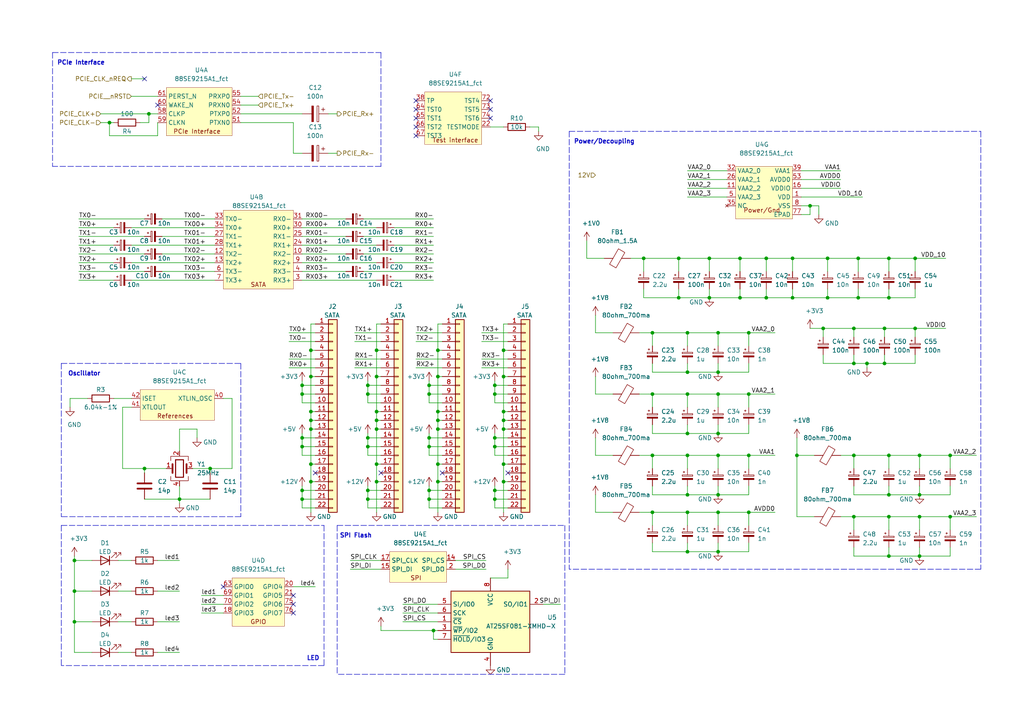
<source format=kicad_sch>
(kicad_sch (version 20210406) (generator eeschema)

  (uuid 0ea80abc-6a04-42d0-a24f-f399e659182a)

  (paper "A4")

  

  (junction (at 21.59 162.56) (diameter 0.9144) (color 0 0 0 0))
  (junction (at 21.59 171.45) (diameter 0.9144) (color 0 0 0 0))
  (junction (at 21.59 180.34) (diameter 0.9144) (color 0 0 0 0))
  (junction (at 31.75 35.56) (diameter 0.9144) (color 0 0 0 0))
  (junction (at 41.91 135.89) (diameter 0.9144) (color 0 0 0 0))
  (junction (at 43.18 33.02) (diameter 0.9144) (color 0 0 0 0))
  (junction (at 52.07 144.78) (diameter 0.9144) (color 0 0 0 0))
  (junction (at 60.96 135.89) (diameter 0.9144) (color 0 0 0 0))
  (junction (at 87.63 111.76) (diameter 0.9144) (color 0 0 0 0))
  (junction (at 87.63 114.3) (diameter 0.9144) (color 0 0 0 0))
  (junction (at 87.63 127) (diameter 0.9144) (color 0 0 0 0))
  (junction (at 87.63 129.54) (diameter 0.9144) (color 0 0 0 0))
  (junction (at 87.63 142.24) (diameter 0.9144) (color 0 0 0 0))
  (junction (at 87.63 144.78) (diameter 0.9144) (color 0 0 0 0))
  (junction (at 90.17 101.6) (diameter 0.9144) (color 0 0 0 0))
  (junction (at 90.17 109.22) (diameter 0.9144) (color 0 0 0 0))
  (junction (at 90.17 119.38) (diameter 0.9144) (color 0 0 0 0))
  (junction (at 90.17 121.92) (diameter 0.9144) (color 0 0 0 0))
  (junction (at 90.17 124.46) (diameter 0.9144) (color 0 0 0 0))
  (junction (at 90.17 134.62) (diameter 0.9144) (color 0 0 0 0))
  (junction (at 90.17 139.7) (diameter 0.9144) (color 0 0 0 0))
  (junction (at 106.68 111.76) (diameter 0.9144) (color 0 0 0 0))
  (junction (at 106.68 114.3) (diameter 0.9144) (color 0 0 0 0))
  (junction (at 106.68 127) (diameter 0.9144) (color 0 0 0 0))
  (junction (at 106.68 129.54) (diameter 0.9144) (color 0 0 0 0))
  (junction (at 106.68 142.24) (diameter 0.9144) (color 0 0 0 0))
  (junction (at 106.68 144.78) (diameter 0.9144) (color 0 0 0 0))
  (junction (at 109.22 101.6) (diameter 0.9144) (color 0 0 0 0))
  (junction (at 109.22 109.22) (diameter 0.9144) (color 0 0 0 0))
  (junction (at 109.22 119.38) (diameter 0.9144) (color 0 0 0 0))
  (junction (at 109.22 121.92) (diameter 0.9144) (color 0 0 0 0))
  (junction (at 109.22 124.46) (diameter 0.9144) (color 0 0 0 0))
  (junction (at 109.22 134.62) (diameter 0.9144) (color 0 0 0 0))
  (junction (at 109.22 139.7) (diameter 0.9144) (color 0 0 0 0))
  (junction (at 124.46 111.76) (diameter 0.9144) (color 0 0 0 0))
  (junction (at 124.46 114.3) (diameter 0.9144) (color 0 0 0 0))
  (junction (at 124.46 127) (diameter 0.9144) (color 0 0 0 0))
  (junction (at 124.46 129.54) (diameter 0.9144) (color 0 0 0 0))
  (junction (at 124.46 142.24) (diameter 0.9144) (color 0 0 0 0))
  (junction (at 124.46 144.78) (diameter 0.9144) (color 0 0 0 0))
  (junction (at 125.73 182.88) (diameter 0.9144) (color 0 0 0 0))
  (junction (at 127 101.6) (diameter 0.9144) (color 0 0 0 0))
  (junction (at 127 109.22) (diameter 0.9144) (color 0 0 0 0))
  (junction (at 127 119.38) (diameter 0.9144) (color 0 0 0 0))
  (junction (at 127 121.92) (diameter 0.9144) (color 0 0 0 0))
  (junction (at 127 124.46) (diameter 0.9144) (color 0 0 0 0))
  (junction (at 127 134.62) (diameter 0.9144) (color 0 0 0 0))
  (junction (at 127 139.7) (diameter 0.9144) (color 0 0 0 0))
  (junction (at 143.51 111.76) (diameter 0.9144) (color 0 0 0 0))
  (junction (at 143.51 114.3) (diameter 0.9144) (color 0 0 0 0))
  (junction (at 143.51 127) (diameter 0.9144) (color 0 0 0 0))
  (junction (at 143.51 129.54) (diameter 0.9144) (color 0 0 0 0))
  (junction (at 143.51 142.24) (diameter 0.9144) (color 0 0 0 0))
  (junction (at 143.51 144.78) (diameter 0.9144) (color 0 0 0 0))
  (junction (at 146.05 101.6) (diameter 0.9144) (color 0 0 0 0))
  (junction (at 146.05 109.22) (diameter 0.9144) (color 0 0 0 0))
  (junction (at 146.05 119.38) (diameter 0.9144) (color 0 0 0 0))
  (junction (at 146.05 121.92) (diameter 0.9144) (color 0 0 0 0))
  (junction (at 146.05 124.46) (diameter 0.9144) (color 0 0 0 0))
  (junction (at 146.05 134.62) (diameter 0.9144) (color 0 0 0 0))
  (junction (at 146.05 139.7) (diameter 0.9144) (color 0 0 0 0))
  (junction (at 186.69 74.93) (diameter 0.9144) (color 0 0 0 0))
  (junction (at 189.23 96.52) (diameter 0.9144) (color 0 0 0 0))
  (junction (at 189.23 114.3) (diameter 0.9144) (color 0 0 0 0))
  (junction (at 189.23 132.08) (diameter 0.9144) (color 0 0 0 0))
  (junction (at 189.23 148.59) (diameter 0.9144) (color 0 0 0 0))
  (junction (at 196.85 74.93) (diameter 0.9144) (color 0 0 0 0))
  (junction (at 196.85 86.36) (diameter 0.9144) (color 0 0 0 0))
  (junction (at 199.39 96.52) (diameter 0.9144) (color 0 0 0 0))
  (junction (at 199.39 107.95) (diameter 0.9144) (color 0 0 0 0))
  (junction (at 199.39 114.3) (diameter 0.9144) (color 0 0 0 0))
  (junction (at 199.39 125.73) (diameter 0.9144) (color 0 0 0 0))
  (junction (at 199.39 132.08) (diameter 0.9144) (color 0 0 0 0))
  (junction (at 199.39 143.51) (diameter 0.9144) (color 0 0 0 0))
  (junction (at 199.39 148.59) (diameter 0.9144) (color 0 0 0 0))
  (junction (at 199.39 160.02) (diameter 0.9144) (color 0 0 0 0))
  (junction (at 205.74 74.93) (diameter 0.9144) (color 0 0 0 0))
  (junction (at 205.74 86.36) (diameter 0.9144) (color 0 0 0 0))
  (junction (at 208.28 96.52) (diameter 0.9144) (color 0 0 0 0))
  (junction (at 208.28 107.95) (diameter 0.9144) (color 0 0 0 0))
  (junction (at 208.28 114.3) (diameter 0.9144) (color 0 0 0 0))
  (junction (at 208.28 125.73) (diameter 0.9144) (color 0 0 0 0))
  (junction (at 208.28 132.08) (diameter 0.9144) (color 0 0 0 0))
  (junction (at 208.28 143.51) (diameter 0.9144) (color 0 0 0 0))
  (junction (at 208.28 148.59) (diameter 0.9144) (color 0 0 0 0))
  (junction (at 208.28 160.02) (diameter 0.9144) (color 0 0 0 0))
  (junction (at 214.63 74.93) (diameter 0.9144) (color 0 0 0 0))
  (junction (at 214.63 86.36) (diameter 0.9144) (color 0 0 0 0))
  (junction (at 217.17 96.52) (diameter 0.9144) (color 0 0 0 0))
  (junction (at 217.17 114.3) (diameter 0.9144) (color 0 0 0 0))
  (junction (at 217.17 132.08) (diameter 0.9144) (color 0 0 0 0))
  (junction (at 217.17 148.59) (diameter 0.9144) (color 0 0 0 0))
  (junction (at 222.25 74.93) (diameter 0.9144) (color 0 0 0 0))
  (junction (at 222.25 86.36) (diameter 0.9144) (color 0 0 0 0))
  (junction (at 229.87 74.93) (diameter 0.9144) (color 0 0 0 0))
  (junction (at 229.87 86.36) (diameter 0.9144) (color 0 0 0 0))
  (junction (at 231.14 132.08) (diameter 0.9144) (color 0 0 0 0))
  (junction (at 234.95 59.69) (diameter 0.9144) (color 0 0 0 0))
  (junction (at 238.76 95.25) (diameter 0.9144) (color 0 0 0 0))
  (junction (at 240.03 74.93) (diameter 0.9144) (color 0 0 0 0))
  (junction (at 240.03 86.36) (diameter 0.9144) (color 0 0 0 0))
  (junction (at 247.65 95.25) (diameter 0.9144) (color 0 0 0 0))
  (junction (at 247.65 105.41) (diameter 0.9144) (color 0 0 0 0))
  (junction (at 247.65 132.08) (diameter 0.9144) (color 0 0 0 0))
  (junction (at 247.65 149.86) (diameter 0.9144) (color 0 0 0 0))
  (junction (at 248.92 74.93) (diameter 0.9144) (color 0 0 0 0))
  (junction (at 248.92 86.36) (diameter 0.9144) (color 0 0 0 0))
  (junction (at 251.46 105.41) (diameter 0.9144) (color 0 0 0 0))
  (junction (at 256.54 95.25) (diameter 0.9144) (color 0 0 0 0))
  (junction (at 256.54 105.41) (diameter 0.9144) (color 0 0 0 0))
  (junction (at 257.81 74.93) (diameter 0.9144) (color 0 0 0 0))
  (junction (at 257.81 86.36) (diameter 0.9144) (color 0 0 0 0))
  (junction (at 257.81 132.08) (diameter 0.9144) (color 0 0 0 0))
  (junction (at 257.81 143.51) (diameter 0.9144) (color 0 0 0 0))
  (junction (at 257.81 149.86) (diameter 0.9144) (color 0 0 0 0))
  (junction (at 257.81 161.29) (diameter 0.9144) (color 0 0 0 0))
  (junction (at 265.43 74.93) (diameter 0.9144) (color 0 0 0 0))
  (junction (at 265.43 95.25) (diameter 0.9144) (color 0 0 0 0))
  (junction (at 266.7 132.08) (diameter 0.9144) (color 0 0 0 0))
  (junction (at 266.7 143.51) (diameter 0.9144) (color 0 0 0 0))
  (junction (at 266.7 149.86) (diameter 0.9144) (color 0 0 0 0))
  (junction (at 266.7 161.29) (diameter 0.9144) (color 0 0 0 0))
  (junction (at 275.59 132.08) (diameter 0.9144) (color 0 0 0 0))
  (junction (at 275.59 149.86) (diameter 0.9144) (color 0 0 0 0))

  (no_connect (at 41.91 22.86) (uuid b903a9df-56a9-456f-87c0-71a6be1688eb))
  (no_connect (at 45.72 30.48) (uuid bb182631-094e-4484-ac51-1df6f3b3f390))
  (no_connect (at 64.77 170.18) (uuid 25767dba-890b-4d3d-80f2-1f550875783f))
  (no_connect (at 85.09 172.72) (uuid b655d339-7968-4d3b-8e06-a4c670de72c6))
  (no_connect (at 85.09 175.26) (uuid 3cd83329-dd82-4462-9077-ddafee2089e7))
  (no_connect (at 85.09 177.8) (uuid 50e01ff5-2b78-4646-a59d-7ca2dea26254))
  (no_connect (at 91.44 137.16) (uuid 2b0c669d-cfc5-4260-a4c8-cb9cd528e6da))
  (no_connect (at 110.49 137.16) (uuid c81c5304-c732-44ee-997c-c84228d88fd9))
  (no_connect (at 120.65 29.21) (uuid 4d21f28c-2a57-4275-b15f-fcd09bf6c4ed))
  (no_connect (at 120.65 31.75) (uuid 39f6f276-2d46-4e3e-ab0a-d8183a193489))
  (no_connect (at 120.65 34.29) (uuid 30310310-3de8-4d44-b2c1-d6d37838a3d8))
  (no_connect (at 120.65 36.83) (uuid 1a876608-356f-4851-a017-12b4102ae254))
  (no_connect (at 120.65 39.37) (uuid e98cb26f-e9d8-452e-8849-9e1bd7858f3a))
  (no_connect (at 128.27 137.16) (uuid 6af83b01-947f-4cf9-8fd0-e9a80329457c))
  (no_connect (at 142.24 29.21) (uuid 9f896d38-48df-4e40-9ab6-e8fa0f83f4dd))
  (no_connect (at 142.24 31.75) (uuid 3daa65f0-53db-4ff6-b6a7-4484dabe2544))
  (no_connect (at 142.24 34.29) (uuid c6046c91-ca96-4f7a-8819-4739af7c4e54))
  (no_connect (at 147.32 137.16) (uuid 1f71a2a4-252b-4e7a-b80e-5e85717dad20))

  (wire (pts (xy 20.32 115.57) (xy 25.4 115.57))
    (stroke (width 0) (type solid) (color 0 0 0 0))
    (uuid 536b5cbe-fca9-4bbd-8cb0-3ca6e3e7885a)
  )
  (wire (pts (xy 20.32 118.11) (xy 20.32 115.57))
    (stroke (width 0) (type solid) (color 0 0 0 0))
    (uuid 8e31dec9-d8f8-4d92-b85f-6c251960d6d0)
  )
  (wire (pts (xy 21.59 162.56) (xy 21.59 161.29))
    (stroke (width 0) (type solid) (color 0 0 0 0))
    (uuid 3bd13321-e90f-4e41-a396-76b807f0ba14)
  )
  (wire (pts (xy 21.59 162.56) (xy 21.59 171.45))
    (stroke (width 0) (type solid) (color 0 0 0 0))
    (uuid 32b5217e-f32b-4b48-9584-a28b8f92917a)
  )
  (wire (pts (xy 21.59 171.45) (xy 21.59 180.34))
    (stroke (width 0) (type solid) (color 0 0 0 0))
    (uuid 04e77528-233c-4e4b-a0f7-47c350333a48)
  )
  (wire (pts (xy 21.59 180.34) (xy 21.59 189.23))
    (stroke (width 0) (type solid) (color 0 0 0 0))
    (uuid 0e804f73-4257-4cf9-bcc9-7595de7e5165)
  )
  (wire (pts (xy 22.86 63.5) (xy 41.91 63.5))
    (stroke (width 0) (type solid) (color 0 0 0 0))
    (uuid 6d2b8e91-1774-4f2f-a0b1-f20458ad9acd)
  )
  (wire (pts (xy 22.86 66.04) (xy 33.02 66.04))
    (stroke (width 0) (type solid) (color 0 0 0 0))
    (uuid ae0d56c2-7025-436e-b9a0-c37d112c355b)
  )
  (wire (pts (xy 22.86 68.58) (xy 41.91 68.58))
    (stroke (width 0) (type solid) (color 0 0 0 0))
    (uuid 7060a5cf-c49d-4b9d-9fa5-814d489606bf)
  )
  (wire (pts (xy 22.86 71.12) (xy 33.02 71.12))
    (stroke (width 0) (type solid) (color 0 0 0 0))
    (uuid cccdf80a-df7c-4b7e-90c8-25f0c527116a)
  )
  (wire (pts (xy 22.86 73.66) (xy 41.91 73.66))
    (stroke (width 0) (type solid) (color 0 0 0 0))
    (uuid e53d8eae-d5d6-46a7-bb46-55698645af75)
  )
  (wire (pts (xy 22.86 76.2) (xy 33.02 76.2))
    (stroke (width 0) (type solid) (color 0 0 0 0))
    (uuid 6a807224-3dff-46ec-9863-a331bcd921ee)
  )
  (wire (pts (xy 22.86 78.74) (xy 41.91 78.74))
    (stroke (width 0) (type solid) (color 0 0 0 0))
    (uuid 477d43b4-1191-4fb6-91f2-1b09dc2705eb)
  )
  (wire (pts (xy 22.86 81.28) (xy 33.02 81.28))
    (stroke (width 0) (type solid) (color 0 0 0 0))
    (uuid 8a46f402-0adf-4144-9d37-1ad57113d50e)
  )
  (wire (pts (xy 26.67 162.56) (xy 21.59 162.56))
    (stroke (width 0) (type solid) (color 0 0 0 0))
    (uuid 7ba3802f-a6ea-4fcb-982a-ba2e82c22ad2)
  )
  (wire (pts (xy 26.67 171.45) (xy 21.59 171.45))
    (stroke (width 0) (type solid) (color 0 0 0 0))
    (uuid f4b66abb-60f5-4311-950c-bbbca1dd71eb)
  )
  (wire (pts (xy 26.67 180.34) (xy 21.59 180.34))
    (stroke (width 0) (type solid) (color 0 0 0 0))
    (uuid f9cc3154-5c57-45a2-8381-ac094b574a34)
  )
  (wire (pts (xy 26.67 189.23) (xy 21.59 189.23))
    (stroke (width 0) (type solid) (color 0 0 0 0))
    (uuid b08af7f2-e3b5-4462-b127-ea6ccb28ad7f)
  )
  (wire (pts (xy 29.21 33.02) (xy 43.18 33.02))
    (stroke (width 0) (type solid) (color 0 0 0 0))
    (uuid c2165b31-ffa5-4417-af1f-f01bbf73996b)
  )
  (wire (pts (xy 29.21 35.56) (xy 31.75 35.56))
    (stroke (width 0) (type solid) (color 0 0 0 0))
    (uuid e99f388d-0ea6-4324-b00f-eb5a65ed0cbf)
  )
  (wire (pts (xy 31.75 35.56) (xy 33.02 35.56))
    (stroke (width 0) (type solid) (color 0 0 0 0))
    (uuid 8312acba-4d7a-47ee-8445-d107ac2edeee)
  )
  (wire (pts (xy 31.75 39.37) (xy 31.75 35.56))
    (stroke (width 0) (type solid) (color 0 0 0 0))
    (uuid 6afc41a3-7006-42c7-9904-ab6bad17bec2)
  )
  (wire (pts (xy 33.02 115.57) (xy 38.1 115.57))
    (stroke (width 0) (type solid) (color 0 0 0 0))
    (uuid 1e0f374e-b798-441a-8671-8bdaaf85e234)
  )
  (wire (pts (xy 34.29 162.56) (xy 38.1 162.56))
    (stroke (width 0) (type solid) (color 0 0 0 0))
    (uuid 4db48ca6-061a-4c5f-8384-f1d0e4cdf186)
  )
  (wire (pts (xy 34.29 171.45) (xy 38.1 171.45))
    (stroke (width 0) (type solid) (color 0 0 0 0))
    (uuid 98fa4821-cdd1-4a43-a52e-f08e6dcc2f53)
  )
  (wire (pts (xy 34.29 180.34) (xy 38.1 180.34))
    (stroke (width 0) (type solid) (color 0 0 0 0))
    (uuid d38ae896-245f-40de-9d57-cf5663a795cf)
  )
  (wire (pts (xy 34.29 189.23) (xy 38.1 189.23))
    (stroke (width 0) (type solid) (color 0 0 0 0))
    (uuid 2b8fa3f7-f885-4a80-ab20-946aae634258)
  )
  (wire (pts (xy 35.56 118.11) (xy 35.56 135.89))
    (stroke (width 0) (type solid) (color 0 0 0 0))
    (uuid 11db1f41-ce5a-45eb-aa25-0eb38bf0fd06)
  )
  (wire (pts (xy 35.56 135.89) (xy 41.91 135.89))
    (stroke (width 0) (type solid) (color 0 0 0 0))
    (uuid adf4d7f0-f330-494b-a029-60a71b65d947)
  )
  (wire (pts (xy 38.1 22.86) (xy 41.91 22.86))
    (stroke (width 0) (type solid) (color 0 0 0 0))
    (uuid 4633b359-c3ab-4a63-82cf-3c6c99bf1f5d)
  )
  (wire (pts (xy 38.1 27.94) (xy 45.72 27.94))
    (stroke (width 0) (type solid) (color 0 0 0 0))
    (uuid 13acb44a-a30d-408d-81a3-4e205959d5c2)
  )
  (wire (pts (xy 38.1 66.04) (xy 62.23 66.04))
    (stroke (width 0) (type solid) (color 0 0 0 0))
    (uuid 7cca69bd-22e8-400f-82eb-235ff7dd7ef3)
  )
  (wire (pts (xy 38.1 71.12) (xy 62.23 71.12))
    (stroke (width 0) (type solid) (color 0 0 0 0))
    (uuid ce8e24db-5f47-4f36-aea8-00aa7bea71a1)
  )
  (wire (pts (xy 38.1 76.2) (xy 62.23 76.2))
    (stroke (width 0) (type solid) (color 0 0 0 0))
    (uuid ad3fe758-8a30-432f-849e-d69e9972c5f6)
  )
  (wire (pts (xy 38.1 81.28) (xy 62.23 81.28))
    (stroke (width 0) (type solid) (color 0 0 0 0))
    (uuid c8ccaacc-2f5e-4c9a-8f13-947f06c85546)
  )
  (wire (pts (xy 38.1 118.11) (xy 35.56 118.11))
    (stroke (width 0) (type solid) (color 0 0 0 0))
    (uuid bb46fe81-622a-4edd-bbaa-a8fe9c653c1e)
  )
  (wire (pts (xy 41.91 135.89) (xy 41.91 137.16))
    (stroke (width 0) (type solid) (color 0 0 0 0))
    (uuid f8da4704-a129-4901-b62b-8476e73fb6fb)
  )
  (wire (pts (xy 41.91 135.89) (xy 48.26 135.89))
    (stroke (width 0) (type solid) (color 0 0 0 0))
    (uuid c2299326-5bcb-43dd-95e8-49193bb7e6de)
  )
  (wire (pts (xy 41.91 144.78) (xy 52.07 144.78))
    (stroke (width 0) (type solid) (color 0 0 0 0))
    (uuid f18994fc-5636-4e3b-a37c-1ca6e2ac63fc)
  )
  (wire (pts (xy 43.18 33.02) (xy 43.18 35.56))
    (stroke (width 0) (type solid) (color 0 0 0 0))
    (uuid 891bc1ae-efdb-4655-b20f-c2dd8ff32abb)
  )
  (wire (pts (xy 43.18 35.56) (xy 40.64 35.56))
    (stroke (width 0) (type solid) (color 0 0 0 0))
    (uuid 2f07a385-0dbc-4038-8276-12dc4188fb85)
  )
  (wire (pts (xy 45.72 33.02) (xy 43.18 33.02))
    (stroke (width 0) (type solid) (color 0 0 0 0))
    (uuid 4dbdee0d-a120-420a-a3b4-0fb0cfcb97a0)
  )
  (wire (pts (xy 45.72 35.56) (xy 45.72 39.37))
    (stroke (width 0) (type solid) (color 0 0 0 0))
    (uuid 279e118f-7070-42d3-a896-b741103924dd)
  )
  (wire (pts (xy 45.72 39.37) (xy 31.75 39.37))
    (stroke (width 0) (type solid) (color 0 0 0 0))
    (uuid d9a32b22-75af-41d4-914a-91b109340779)
  )
  (wire (pts (xy 45.72 162.56) (xy 52.07 162.56))
    (stroke (width 0) (type solid) (color 0 0 0 0))
    (uuid 797bb8fa-dabf-4eb0-a5fb-1b19494de276)
  )
  (wire (pts (xy 45.72 171.45) (xy 52.07 171.45))
    (stroke (width 0) (type solid) (color 0 0 0 0))
    (uuid f2b05b46-7c27-4fb2-a9e4-1e1a4cceaf2d)
  )
  (wire (pts (xy 45.72 180.34) (xy 52.07 180.34))
    (stroke (width 0) (type solid) (color 0 0 0 0))
    (uuid 7448ab28-9589-4133-8fd4-b5bdc3683e37)
  )
  (wire (pts (xy 45.72 189.23) (xy 52.07 189.23))
    (stroke (width 0) (type solid) (color 0 0 0 0))
    (uuid 3085347e-b655-4f8c-846e-d0d585b53b3b)
  )
  (wire (pts (xy 46.99 63.5) (xy 62.23 63.5))
    (stroke (width 0) (type solid) (color 0 0 0 0))
    (uuid a00147fc-92d3-496f-9642-59b4912b8a9a)
  )
  (wire (pts (xy 46.99 68.58) (xy 62.23 68.58))
    (stroke (width 0) (type solid) (color 0 0 0 0))
    (uuid 482d455e-c785-40cc-b245-1e5bc97518f4)
  )
  (wire (pts (xy 46.99 73.66) (xy 62.23 73.66))
    (stroke (width 0) (type solid) (color 0 0 0 0))
    (uuid 2f757aef-9ba2-437e-990b-b08af0d6224a)
  )
  (wire (pts (xy 46.99 78.74) (xy 62.23 78.74))
    (stroke (width 0) (type solid) (color 0 0 0 0))
    (uuid 5c7503dc-a333-408c-b513-bce16f75d0eb)
  )
  (wire (pts (xy 52.07 124.46) (xy 57.15 124.46))
    (stroke (width 0) (type solid) (color 0 0 0 0))
    (uuid 81a82147-7809-46f1-a40c-13056aeabbd4)
  )
  (wire (pts (xy 52.07 130.81) (xy 52.07 124.46))
    (stroke (width 0) (type solid) (color 0 0 0 0))
    (uuid 81a82147-7809-46f1-a40c-13056aeabbd4)
  )
  (wire (pts (xy 52.07 140.97) (xy 52.07 144.78))
    (stroke (width 0) (type solid) (color 0 0 0 0))
    (uuid 4c353694-04be-4dcd-8038-24151de647e9)
  )
  (wire (pts (xy 52.07 144.78) (xy 52.07 146.05))
    (stroke (width 0) (type solid) (color 0 0 0 0))
    (uuid 1cba671b-4b9c-4888-b98a-351b121a52a6)
  )
  (wire (pts (xy 52.07 144.78) (xy 60.96 144.78))
    (stroke (width 0) (type solid) (color 0 0 0 0))
    (uuid f18994fc-5636-4e3b-a37c-1ca6e2ac63fc)
  )
  (wire (pts (xy 55.88 135.89) (xy 60.96 135.89))
    (stroke (width 0) (type solid) (color 0 0 0 0))
    (uuid 7d3c2fbb-675b-44e2-b184-205d98e2cd5d)
  )
  (wire (pts (xy 57.15 124.46) (xy 57.15 127))
    (stroke (width 0) (type solid) (color 0 0 0 0))
    (uuid 81a82147-7809-46f1-a40c-13056aeabbd4)
  )
  (wire (pts (xy 58.42 172.72) (xy 64.77 172.72))
    (stroke (width 0) (type solid) (color 0 0 0 0))
    (uuid 3b9707ad-303f-4405-aaac-b6087bd59dea)
  )
  (wire (pts (xy 58.42 175.26) (xy 64.77 175.26))
    (stroke (width 0) (type solid) (color 0 0 0 0))
    (uuid 4bd74e78-8e91-4e2f-abdc-d268402f17f8)
  )
  (wire (pts (xy 58.42 177.8) (xy 64.77 177.8))
    (stroke (width 0) (type solid) (color 0 0 0 0))
    (uuid 6c488db7-522a-4ffa-9fb8-a23e2e1c1675)
  )
  (wire (pts (xy 60.96 135.89) (xy 60.96 137.16))
    (stroke (width 0) (type solid) (color 0 0 0 0))
    (uuid 90868995-b72e-48ec-b07d-4da18e618c10)
  )
  (wire (pts (xy 60.96 135.89) (xy 67.31 135.89))
    (stroke (width 0) (type solid) (color 0 0 0 0))
    (uuid 9c8b04f0-3b0f-48b2-9bf5-00b271447dde)
  )
  (wire (pts (xy 67.31 115.57) (xy 64.77 115.57))
    (stroke (width 0) (type solid) (color 0 0 0 0))
    (uuid 69867d2f-340e-4c98-9d7c-df8385b790c8)
  )
  (wire (pts (xy 67.31 135.89) (xy 67.31 115.57))
    (stroke (width 0) (type solid) (color 0 0 0 0))
    (uuid 05708ace-5e42-49e3-b44b-a45edc2c8449)
  )
  (wire (pts (xy 69.85 27.94) (xy 74.93 27.94))
    (stroke (width 0) (type solid) (color 0 0 0 0))
    (uuid f2807947-c8cf-4889-9ca9-9595915a42c1)
  )
  (wire (pts (xy 69.85 30.48) (xy 74.93 30.48))
    (stroke (width 0) (type solid) (color 0 0 0 0))
    (uuid bfff2fa2-436d-4b4c-8b84-fb7a65e42d7f)
  )
  (wire (pts (xy 69.85 33.02) (xy 87.63 33.02))
    (stroke (width 0) (type solid) (color 0 0 0 0))
    (uuid 28c1117b-292f-43da-9542-c7f30a9d4310)
  )
  (wire (pts (xy 83.82 96.52) (xy 91.44 96.52))
    (stroke (width 0) (type solid) (color 0 0 0 0))
    (uuid 3f1b3ede-6c18-46e6-a156-3270d9c3080a)
  )
  (wire (pts (xy 83.82 99.06) (xy 91.44 99.06))
    (stroke (width 0) (type solid) (color 0 0 0 0))
    (uuid 9b40ac40-9100-4b54-bc12-c388498b959a)
  )
  (wire (pts (xy 83.82 104.14) (xy 91.44 104.14))
    (stroke (width 0) (type solid) (color 0 0 0 0))
    (uuid ea0d5381-7fd8-4358-8118-ad7f18a1fc3f)
  )
  (wire (pts (xy 83.82 106.68) (xy 91.44 106.68))
    (stroke (width 0) (type solid) (color 0 0 0 0))
    (uuid ee09f604-e4c3-4a9a-9cd7-3d4f51832de5)
  )
  (wire (pts (xy 85.09 35.56) (xy 69.85 35.56))
    (stroke (width 0) (type solid) (color 0 0 0 0))
    (uuid ad29da30-9862-4dd5-bf57-e83af39702d9)
  )
  (wire (pts (xy 85.09 44.45) (xy 85.09 35.56))
    (stroke (width 0) (type solid) (color 0 0 0 0))
    (uuid eb71ec34-8dc3-4176-b5a4-c603eddff6ca)
  )
  (wire (pts (xy 85.09 170.18) (xy 91.44 170.18))
    (stroke (width 0) (type solid) (color 0 0 0 0))
    (uuid 93bf6329-9341-4a15-a8ce-6b63d6f1b516)
  )
  (wire (pts (xy 87.63 44.45) (xy 85.09 44.45))
    (stroke (width 0) (type solid) (color 0 0 0 0))
    (uuid ef2fd311-38e3-462d-af91-fc19ae4227ca)
  )
  (wire (pts (xy 87.63 63.5) (xy 100.33 63.5))
    (stroke (width 0) (type solid) (color 0 0 0 0))
    (uuid c7b91124-1444-4516-9eac-1a866d6ed38a)
  )
  (wire (pts (xy 87.63 66.04) (xy 109.22 66.04))
    (stroke (width 0) (type solid) (color 0 0 0 0))
    (uuid 8c4b59d0-6c36-40fd-bf24-e67f8631b1c1)
  )
  (wire (pts (xy 87.63 68.58) (xy 100.33 68.58))
    (stroke (width 0) (type solid) (color 0 0 0 0))
    (uuid e6afbec1-e48c-4fa8-807c-63a6c9324d5a)
  )
  (wire (pts (xy 87.63 71.12) (xy 109.22 71.12))
    (stroke (width 0) (type solid) (color 0 0 0 0))
    (uuid 614a210c-b38f-4235-9f3f-e2753c43d84c)
  )
  (wire (pts (xy 87.63 73.66) (xy 100.33 73.66))
    (stroke (width 0) (type solid) (color 0 0 0 0))
    (uuid db425a26-c67a-4996-9e81-51b3ec440128)
  )
  (wire (pts (xy 87.63 76.2) (xy 109.22 76.2))
    (stroke (width 0) (type solid) (color 0 0 0 0))
    (uuid 6543a609-03fa-4e71-bcba-a31acf4a2441)
  )
  (wire (pts (xy 87.63 78.74) (xy 100.33 78.74))
    (stroke (width 0) (type solid) (color 0 0 0 0))
    (uuid 2767fc2d-0dde-4f66-9d72-5e7bd4002904)
  )
  (wire (pts (xy 87.63 81.28) (xy 109.22 81.28))
    (stroke (width 0) (type solid) (color 0 0 0 0))
    (uuid 7b1d1f9f-f4d0-4093-89d9-cb900afe65eb)
  )
  (wire (pts (xy 87.63 110.49) (xy 87.63 111.76))
    (stroke (width 0) (type solid) (color 0 0 0 0))
    (uuid 161d522e-2afd-4814-9220-88d63a9d1854)
  )
  (wire (pts (xy 87.63 111.76) (xy 91.44 111.76))
    (stroke (width 0) (type solid) (color 0 0 0 0))
    (uuid b47bdf22-ffbc-42a7-9c15-21bc4f346373)
  )
  (wire (pts (xy 87.63 114.3) (xy 87.63 111.76))
    (stroke (width 0) (type solid) (color 0 0 0 0))
    (uuid a6785c62-b15e-4d4a-98dd-5ec1b48ab0f5)
  )
  (wire (pts (xy 87.63 116.84) (xy 87.63 114.3))
    (stroke (width 0) (type solid) (color 0 0 0 0))
    (uuid 21fed9e8-0d48-4e4d-9d7c-29fac3291066)
  )
  (wire (pts (xy 87.63 125.73) (xy 87.63 127))
    (stroke (width 0) (type solid) (color 0 0 0 0))
    (uuid 1b9ec279-f2dc-43a0-8df2-dbeffe8f4f5a)
  )
  (wire (pts (xy 87.63 127) (xy 91.44 127))
    (stroke (width 0) (type solid) (color 0 0 0 0))
    (uuid b8f2b1d1-ec07-49e2-8a5c-134f2137919e)
  )
  (wire (pts (xy 87.63 129.54) (xy 87.63 127))
    (stroke (width 0) (type solid) (color 0 0 0 0))
    (uuid ccd59247-9c45-47d9-9ce5-46578afa8d5a)
  )
  (wire (pts (xy 87.63 132.08) (xy 87.63 129.54))
    (stroke (width 0) (type solid) (color 0 0 0 0))
    (uuid 6efbd14f-e8fb-41a0-8982-877b63614119)
  )
  (wire (pts (xy 87.63 140.97) (xy 87.63 142.24))
    (stroke (width 0) (type solid) (color 0 0 0 0))
    (uuid 567582b5-5de7-4e54-9b75-591ee25f54d8)
  )
  (wire (pts (xy 87.63 142.24) (xy 91.44 142.24))
    (stroke (width 0) (type solid) (color 0 0 0 0))
    (uuid 84f985eb-b3ab-474f-a85f-e15f94ae7445)
  )
  (wire (pts (xy 87.63 144.78) (xy 87.63 142.24))
    (stroke (width 0) (type solid) (color 0 0 0 0))
    (uuid f9847ca4-9e33-4783-ae55-5c9544c043b9)
  )
  (wire (pts (xy 87.63 147.32) (xy 87.63 144.78))
    (stroke (width 0) (type solid) (color 0 0 0 0))
    (uuid e4274193-38ed-4267-9fae-b161a39e2a54)
  )
  (wire (pts (xy 90.17 93.98) (xy 90.17 101.6))
    (stroke (width 0) (type solid) (color 0 0 0 0))
    (uuid e91ced7d-98ce-4ee0-9efd-68d3eac156db)
  )
  (wire (pts (xy 90.17 101.6) (xy 90.17 109.22))
    (stroke (width 0) (type solid) (color 0 0 0 0))
    (uuid e629709a-818e-48ea-8118-7977b52e2b5f)
  )
  (wire (pts (xy 90.17 101.6) (xy 91.44 101.6))
    (stroke (width 0) (type solid) (color 0 0 0 0))
    (uuid 0ee4696c-4252-4263-9103-6fc1cde937a8)
  )
  (wire (pts (xy 90.17 109.22) (xy 90.17 119.38))
    (stroke (width 0) (type solid) (color 0 0 0 0))
    (uuid 1b1772bd-cef4-4c4a-90d2-fa8edd10a56e)
  )
  (wire (pts (xy 90.17 109.22) (xy 91.44 109.22))
    (stroke (width 0) (type solid) (color 0 0 0 0))
    (uuid 575724ca-56f1-4675-b955-7bfb71c4b421)
  )
  (wire (pts (xy 90.17 119.38) (xy 90.17 121.92))
    (stroke (width 0) (type solid) (color 0 0 0 0))
    (uuid 6a70321c-7eac-4d27-b93a-05cf789757b2)
  )
  (wire (pts (xy 90.17 119.38) (xy 91.44 119.38))
    (stroke (width 0) (type solid) (color 0 0 0 0))
    (uuid 8b52e5a0-603d-4289-9d67-2e82645b0b09)
  )
  (wire (pts (xy 90.17 124.46) (xy 90.17 121.92))
    (stroke (width 0) (type solid) (color 0 0 0 0))
    (uuid efad2716-4936-4e4f-9de4-324fa6581586)
  )
  (wire (pts (xy 90.17 134.62) (xy 90.17 124.46))
    (stroke (width 0) (type solid) (color 0 0 0 0))
    (uuid 71dcea86-a14d-4fe4-8982-e032d5b75d61)
  )
  (wire (pts (xy 90.17 139.7) (xy 90.17 134.62))
    (stroke (width 0) (type solid) (color 0 0 0 0))
    (uuid 30b2286a-33eb-4b61-a6f3-b69980a26bd8)
  )
  (wire (pts (xy 90.17 139.7) (xy 90.17 148.59))
    (stroke (width 0) (type solid) (color 0 0 0 0))
    (uuid b2da4283-4077-4f14-b3f0-5275262a8807)
  )
  (wire (pts (xy 91.44 93.98) (xy 90.17 93.98))
    (stroke (width 0) (type solid) (color 0 0 0 0))
    (uuid be0831f9-01c5-488d-8aae-19af1594cc3a)
  )
  (wire (pts (xy 91.44 114.3) (xy 87.63 114.3))
    (stroke (width 0) (type solid) (color 0 0 0 0))
    (uuid 272734d5-beeb-4ae7-a77a-35ca67ee4031)
  )
  (wire (pts (xy 91.44 116.84) (xy 87.63 116.84))
    (stroke (width 0) (type solid) (color 0 0 0 0))
    (uuid b3584b5c-0bb8-49b6-b206-7c65bb4c82d9)
  )
  (wire (pts (xy 91.44 121.92) (xy 90.17 121.92))
    (stroke (width 0) (type solid) (color 0 0 0 0))
    (uuid b674825b-8d4c-4eb8-8ecf-8c713399a0ad)
  )
  (wire (pts (xy 91.44 124.46) (xy 90.17 124.46))
    (stroke (width 0) (type solid) (color 0 0 0 0))
    (uuid 12ba041b-8d93-4bda-a31c-c0c9b7e5a457)
  )
  (wire (pts (xy 91.44 129.54) (xy 87.63 129.54))
    (stroke (width 0) (type solid) (color 0 0 0 0))
    (uuid 34eb8dd9-8b3d-4499-a501-a45e086b34e9)
  )
  (wire (pts (xy 91.44 132.08) (xy 87.63 132.08))
    (stroke (width 0) (type solid) (color 0 0 0 0))
    (uuid e55b18ba-7eea-4458-b385-a59f5bb05e71)
  )
  (wire (pts (xy 91.44 134.62) (xy 90.17 134.62))
    (stroke (width 0) (type solid) (color 0 0 0 0))
    (uuid c86a555f-76fb-4ea5-9ce6-75f032895b54)
  )
  (wire (pts (xy 91.44 139.7) (xy 90.17 139.7))
    (stroke (width 0) (type solid) (color 0 0 0 0))
    (uuid 41229a6e-fbb2-4840-8b3a-4ad28491598d)
  )
  (wire (pts (xy 91.44 144.78) (xy 87.63 144.78))
    (stroke (width 0) (type solid) (color 0 0 0 0))
    (uuid 675a5f15-e2ff-49e5-8ee4-76d28f13989b)
  )
  (wire (pts (xy 91.44 147.32) (xy 87.63 147.32))
    (stroke (width 0) (type solid) (color 0 0 0 0))
    (uuid cd1596db-3501-4658-bda2-ffc795655f87)
  )
  (wire (pts (xy 95.25 33.02) (xy 97.79 33.02))
    (stroke (width 0) (type solid) (color 0 0 0 0))
    (uuid 697f09a8-82d1-40b9-b8ad-28fbce75cab9)
  )
  (wire (pts (xy 95.25 44.45) (xy 97.79 44.45))
    (stroke (width 0) (type solid) (color 0 0 0 0))
    (uuid 6a17ff94-bb79-4189-83a4-b07bfc0fd5c8)
  )
  (wire (pts (xy 101.6 162.56) (xy 110.49 162.56))
    (stroke (width 0) (type solid) (color 0 0 0 0))
    (uuid 4ab2c44d-9ab0-457b-ac8b-ae14210dade3)
  )
  (wire (pts (xy 101.6 165.1) (xy 110.49 165.1))
    (stroke (width 0) (type solid) (color 0 0 0 0))
    (uuid dbb3f0c7-24c1-4c9d-8626-b5fe91e77c08)
  )
  (wire (pts (xy 102.87 96.52) (xy 110.49 96.52))
    (stroke (width 0) (type solid) (color 0 0 0 0))
    (uuid 482fe3cd-56e7-4298-b0da-7b3e5beb1eb2)
  )
  (wire (pts (xy 102.87 99.06) (xy 110.49 99.06))
    (stroke (width 0) (type solid) (color 0 0 0 0))
    (uuid a6df82b2-ea5d-4279-a9e2-49acc5688c72)
  )
  (wire (pts (xy 102.87 104.14) (xy 110.49 104.14))
    (stroke (width 0) (type solid) (color 0 0 0 0))
    (uuid c641fe59-1c83-4bf1-a68a-a1027c507dc0)
  )
  (wire (pts (xy 102.87 106.68) (xy 110.49 106.68))
    (stroke (width 0) (type solid) (color 0 0 0 0))
    (uuid c8447016-e558-44af-9e0b-3c19fb2cfe51)
  )
  (wire (pts (xy 105.41 63.5) (xy 125.73 63.5))
    (stroke (width 0) (type solid) (color 0 0 0 0))
    (uuid 33e870d1-4acb-4556-8028-ebf141752266)
  )
  (wire (pts (xy 105.41 68.58) (xy 125.73 68.58))
    (stroke (width 0) (type solid) (color 0 0 0 0))
    (uuid ddf6c84e-71cb-4ab4-91ec-1810f238fb1f)
  )
  (wire (pts (xy 105.41 73.66) (xy 125.73 73.66))
    (stroke (width 0) (type solid) (color 0 0 0 0))
    (uuid 4233a4a3-3af5-4e23-988b-4b2716239b0a)
  )
  (wire (pts (xy 105.41 78.74) (xy 125.73 78.74))
    (stroke (width 0) (type solid) (color 0 0 0 0))
    (uuid e5687af7-1bd5-41ff-8305-8463f8cafd19)
  )
  (wire (pts (xy 106.68 110.49) (xy 106.68 111.76))
    (stroke (width 0) (type solid) (color 0 0 0 0))
    (uuid 3c561541-773b-4808-875d-1a5ee5a7778a)
  )
  (wire (pts (xy 106.68 111.76) (xy 110.49 111.76))
    (stroke (width 0) (type solid) (color 0 0 0 0))
    (uuid 514dd2d2-6921-46cd-93dd-9b01774a2cd3)
  )
  (wire (pts (xy 106.68 114.3) (xy 106.68 111.76))
    (stroke (width 0) (type solid) (color 0 0 0 0))
    (uuid eac44db3-e66b-439f-bd64-a6a98ee72bb6)
  )
  (wire (pts (xy 106.68 116.84) (xy 106.68 114.3))
    (stroke (width 0) (type solid) (color 0 0 0 0))
    (uuid 9d8f22a5-1705-4b9a-ad67-d3e3c77342b3)
  )
  (wire (pts (xy 106.68 125.73) (xy 106.68 127))
    (stroke (width 0) (type solid) (color 0 0 0 0))
    (uuid 2f16171c-0e69-4990-8bbb-6f310a33ed98)
  )
  (wire (pts (xy 106.68 127) (xy 110.49 127))
    (stroke (width 0) (type solid) (color 0 0 0 0))
    (uuid 22e2a3cf-31ed-42f4-b6ce-e51d47acfb5e)
  )
  (wire (pts (xy 106.68 129.54) (xy 106.68 127))
    (stroke (width 0) (type solid) (color 0 0 0 0))
    (uuid 9e602ac8-ace3-4c80-9a42-84aec37cc003)
  )
  (wire (pts (xy 106.68 132.08) (xy 106.68 129.54))
    (stroke (width 0) (type solid) (color 0 0 0 0))
    (uuid aad520ee-6714-49a0-8c05-d8f76f07ab77)
  )
  (wire (pts (xy 106.68 140.97) (xy 106.68 142.24))
    (stroke (width 0) (type solid) (color 0 0 0 0))
    (uuid e0938d2a-4ed0-46c1-8042-5710a366abd8)
  )
  (wire (pts (xy 106.68 142.24) (xy 110.49 142.24))
    (stroke (width 0) (type solid) (color 0 0 0 0))
    (uuid b73adbc0-66b2-44a0-a4a4-72fa65efd175)
  )
  (wire (pts (xy 106.68 144.78) (xy 106.68 142.24))
    (stroke (width 0) (type solid) (color 0 0 0 0))
    (uuid d58360c2-ca96-46da-ac46-e803622ce9c7)
  )
  (wire (pts (xy 106.68 147.32) (xy 106.68 144.78))
    (stroke (width 0) (type solid) (color 0 0 0 0))
    (uuid 65ba9ef7-7818-4558-96cd-cd365529dc06)
  )
  (wire (pts (xy 109.22 93.98) (xy 109.22 101.6))
    (stroke (width 0) (type solid) (color 0 0 0 0))
    (uuid 575193ef-9c63-4152-9006-48310e65b7cc)
  )
  (wire (pts (xy 109.22 101.6) (xy 109.22 109.22))
    (stroke (width 0) (type solid) (color 0 0 0 0))
    (uuid a880dae4-d272-4cfb-9437-d05ab495dfb7)
  )
  (wire (pts (xy 109.22 101.6) (xy 110.49 101.6))
    (stroke (width 0) (type solid) (color 0 0 0 0))
    (uuid a53ca1fe-3c33-4b8b-b855-f4dfc120619e)
  )
  (wire (pts (xy 109.22 109.22) (xy 109.22 119.38))
    (stroke (width 0) (type solid) (color 0 0 0 0))
    (uuid 1a1cd2d1-23b0-4733-8184-75a93a6a56af)
  )
  (wire (pts (xy 109.22 109.22) (xy 110.49 109.22))
    (stroke (width 0) (type solid) (color 0 0 0 0))
    (uuid 0815cf45-fce4-460a-a26a-0e013ce45726)
  )
  (wire (pts (xy 109.22 119.38) (xy 109.22 121.92))
    (stroke (width 0) (type solid) (color 0 0 0 0))
    (uuid 4bfe52fe-a763-487e-b778-5b7590baf8bf)
  )
  (wire (pts (xy 109.22 119.38) (xy 110.49 119.38))
    (stroke (width 0) (type solid) (color 0 0 0 0))
    (uuid 02e8c08a-90f1-4905-8650-34b631433c33)
  )
  (wire (pts (xy 109.22 124.46) (xy 109.22 121.92))
    (stroke (width 0) (type solid) (color 0 0 0 0))
    (uuid 482ec24e-01b7-4f4b-800e-b2c43d9a8178)
  )
  (wire (pts (xy 109.22 134.62) (xy 109.22 124.46))
    (stroke (width 0) (type solid) (color 0 0 0 0))
    (uuid 3c3600dd-11d1-4d0f-b981-3d241a370b6a)
  )
  (wire (pts (xy 109.22 139.7) (xy 109.22 134.62))
    (stroke (width 0) (type solid) (color 0 0 0 0))
    (uuid ac40f906-5ded-4cac-b2e8-35155deb04ef)
  )
  (wire (pts (xy 109.22 139.7) (xy 109.22 148.59))
    (stroke (width 0) (type solid) (color 0 0 0 0))
    (uuid 2f78b2b7-2c91-4e42-961d-240f613a40eb)
  )
  (wire (pts (xy 110.49 93.98) (xy 109.22 93.98))
    (stroke (width 0) (type solid) (color 0 0 0 0))
    (uuid 08bd0623-0506-4091-a63a-82bec937d106)
  )
  (wire (pts (xy 110.49 114.3) (xy 106.68 114.3))
    (stroke (width 0) (type solid) (color 0 0 0 0))
    (uuid e69d37af-b990-4e38-ba85-17b09d3ac807)
  )
  (wire (pts (xy 110.49 116.84) (xy 106.68 116.84))
    (stroke (width 0) (type solid) (color 0 0 0 0))
    (uuid 9cfdbc75-3e56-4592-9d6c-ccbc58227797)
  )
  (wire (pts (xy 110.49 121.92) (xy 109.22 121.92))
    (stroke (width 0) (type solid) (color 0 0 0 0))
    (uuid a1ac39a8-0fe7-49fc-b1fb-46274a6d62eb)
  )
  (wire (pts (xy 110.49 124.46) (xy 109.22 124.46))
    (stroke (width 0) (type solid) (color 0 0 0 0))
    (uuid bfdad8c2-f7c0-4e12-a174-561f7e6d6221)
  )
  (wire (pts (xy 110.49 129.54) (xy 106.68 129.54))
    (stroke (width 0) (type solid) (color 0 0 0 0))
    (uuid 1f48cac7-485b-47b0-a91b-b423371e5b97)
  )
  (wire (pts (xy 110.49 132.08) (xy 106.68 132.08))
    (stroke (width 0) (type solid) (color 0 0 0 0))
    (uuid f7c9141f-248d-4a57-a37d-9992d2dc20c0)
  )
  (wire (pts (xy 110.49 134.62) (xy 109.22 134.62))
    (stroke (width 0) (type solid) (color 0 0 0 0))
    (uuid 9f59b2ee-986b-490c-ab5d-3acea6cad095)
  )
  (wire (pts (xy 110.49 139.7) (xy 109.22 139.7))
    (stroke (width 0) (type solid) (color 0 0 0 0))
    (uuid 7c1c1aea-2963-4b18-9263-c9ed78b4af51)
  )
  (wire (pts (xy 110.49 144.78) (xy 106.68 144.78))
    (stroke (width 0) (type solid) (color 0 0 0 0))
    (uuid ee1113f4-2b59-4b8a-88cf-54966ce28d48)
  )
  (wire (pts (xy 110.49 147.32) (xy 106.68 147.32))
    (stroke (width 0) (type solid) (color 0 0 0 0))
    (uuid 0349fd09-2910-4c53-9385-6d0a141e9f9d)
  )
  (wire (pts (xy 110.49 181.61) (xy 110.49 182.88))
    (stroke (width 0) (type solid) (color 0 0 0 0))
    (uuid 599a8ebc-a74f-4a56-956f-bb03bcfd507d)
  )
  (wire (pts (xy 110.49 182.88) (xy 125.73 182.88))
    (stroke (width 0) (type solid) (color 0 0 0 0))
    (uuid 599a8ebc-a74f-4a56-956f-bb03bcfd507d)
  )
  (wire (pts (xy 114.3 66.04) (xy 125.73 66.04))
    (stroke (width 0) (type solid) (color 0 0 0 0))
    (uuid 502c558a-df48-4c24-bb42-80d4bedc6b02)
  )
  (wire (pts (xy 114.3 71.12) (xy 125.73 71.12))
    (stroke (width 0) (type solid) (color 0 0 0 0))
    (uuid 7c062793-fcc9-41b7-a551-eeeff212b485)
  )
  (wire (pts (xy 114.3 76.2) (xy 125.73 76.2))
    (stroke (width 0) (type solid) (color 0 0 0 0))
    (uuid 3fc7e6c5-5de6-4687-add6-1d107b075f25)
  )
  (wire (pts (xy 114.3 81.28) (xy 125.73 81.28))
    (stroke (width 0) (type solid) (color 0 0 0 0))
    (uuid bd4916c0-a1be-44d7-9d4f-5d85f61943dc)
  )
  (wire (pts (xy 116.84 175.26) (xy 127 175.26))
    (stroke (width 0) (type solid) (color 0 0 0 0))
    (uuid eb0122f4-fe2b-4e1c-965d-5ddaa603ed91)
  )
  (wire (pts (xy 116.84 177.8) (xy 127 177.8))
    (stroke (width 0) (type solid) (color 0 0 0 0))
    (uuid 81f658e0-cf64-40fe-a115-d669e165b9d1)
  )
  (wire (pts (xy 116.84 180.34) (xy 127 180.34))
    (stroke (width 0) (type solid) (color 0 0 0 0))
    (uuid 7ead48b5-ef18-4625-bf94-0aec01113941)
  )
  (wire (pts (xy 120.65 96.52) (xy 128.27 96.52))
    (stroke (width 0) (type solid) (color 0 0 0 0))
    (uuid 50124866-12c8-4063-9385-9da96eea2cd7)
  )
  (wire (pts (xy 120.65 99.06) (xy 128.27 99.06))
    (stroke (width 0) (type solid) (color 0 0 0 0))
    (uuid dd976d8d-328f-4e1d-ba18-6ac4e30aadea)
  )
  (wire (pts (xy 120.65 104.14) (xy 128.27 104.14))
    (stroke (width 0) (type solid) (color 0 0 0 0))
    (uuid 288a55ce-5042-48c8-8163-04483bc50f72)
  )
  (wire (pts (xy 120.65 106.68) (xy 128.27 106.68))
    (stroke (width 0) (type solid) (color 0 0 0 0))
    (uuid b0b8a620-8aff-4eb6-bdde-90a68bdd1846)
  )
  (wire (pts (xy 124.46 110.49) (xy 124.46 111.76))
    (stroke (width 0) (type solid) (color 0 0 0 0))
    (uuid 67e948bb-ab66-44df-bca2-030554a30981)
  )
  (wire (pts (xy 124.46 111.76) (xy 128.27 111.76))
    (stroke (width 0) (type solid) (color 0 0 0 0))
    (uuid 47c9320a-ab56-4bd6-88a3-2c199fa59d57)
  )
  (wire (pts (xy 124.46 114.3) (xy 124.46 111.76))
    (stroke (width 0) (type solid) (color 0 0 0 0))
    (uuid aacfb86f-35fe-4a26-ac54-32308c9f1dfd)
  )
  (wire (pts (xy 124.46 116.84) (xy 124.46 114.3))
    (stroke (width 0) (type solid) (color 0 0 0 0))
    (uuid ea5a3eb8-3151-4cd7-865c-2a979ebe127f)
  )
  (wire (pts (xy 124.46 125.73) (xy 124.46 127))
    (stroke (width 0) (type solid) (color 0 0 0 0))
    (uuid a7f4004b-9287-4d14-b535-9443fcd5f67b)
  )
  (wire (pts (xy 124.46 127) (xy 128.27 127))
    (stroke (width 0) (type solid) (color 0 0 0 0))
    (uuid 5b653ec7-f613-49dd-8bfe-4dd928d62821)
  )
  (wire (pts (xy 124.46 129.54) (xy 124.46 127))
    (stroke (width 0) (type solid) (color 0 0 0 0))
    (uuid 0b9c8ba0-f9ed-466d-a81a-155362e12477)
  )
  (wire (pts (xy 124.46 132.08) (xy 124.46 129.54))
    (stroke (width 0) (type solid) (color 0 0 0 0))
    (uuid 516b171c-05dc-4c1b-a8c3-f54c60d9f29f)
  )
  (wire (pts (xy 124.46 140.97) (xy 124.46 142.24))
    (stroke (width 0) (type solid) (color 0 0 0 0))
    (uuid d96e820b-4e8d-48ae-a175-e8fd1f051f99)
  )
  (wire (pts (xy 124.46 142.24) (xy 128.27 142.24))
    (stroke (width 0) (type solid) (color 0 0 0 0))
    (uuid fd902d40-add4-431b-a813-4ce35cfb2f9a)
  )
  (wire (pts (xy 124.46 144.78) (xy 124.46 142.24))
    (stroke (width 0) (type solid) (color 0 0 0 0))
    (uuid c33bd665-7b9e-4d3b-af1b-7d0f49910e97)
  )
  (wire (pts (xy 124.46 147.32) (xy 124.46 144.78))
    (stroke (width 0) (type solid) (color 0 0 0 0))
    (uuid 45fc61fa-2c1a-45ff-883e-7a164a1a6b28)
  )
  (wire (pts (xy 125.73 182.88) (xy 125.73 185.42))
    (stroke (width 0) (type solid) (color 0 0 0 0))
    (uuid ce3d57bd-d5a2-49ce-8226-0fbca50838d4)
  )
  (wire (pts (xy 125.73 182.88) (xy 127 182.88))
    (stroke (width 0) (type solid) (color 0 0 0 0))
    (uuid 599a8ebc-a74f-4a56-956f-bb03bcfd507d)
  )
  (wire (pts (xy 125.73 185.42) (xy 127 185.42))
    (stroke (width 0) (type solid) (color 0 0 0 0))
    (uuid ce3d57bd-d5a2-49ce-8226-0fbca50838d4)
  )
  (wire (pts (xy 127 93.98) (xy 127 101.6))
    (stroke (width 0) (type solid) (color 0 0 0 0))
    (uuid 83f1e045-930f-4521-b3e8-6a80d5bd5d36)
  )
  (wire (pts (xy 127 101.6) (xy 127 109.22))
    (stroke (width 0) (type solid) (color 0 0 0 0))
    (uuid 228f8b8c-0e92-49f7-9a54-2cc26c08c41e)
  )
  (wire (pts (xy 127 101.6) (xy 128.27 101.6))
    (stroke (width 0) (type solid) (color 0 0 0 0))
    (uuid 8c12a32e-903c-4beb-81f2-d1704237ae0c)
  )
  (wire (pts (xy 127 109.22) (xy 127 119.38))
    (stroke (width 0) (type solid) (color 0 0 0 0))
    (uuid 8c5b5be1-348f-4912-a8d5-026e0373493b)
  )
  (wire (pts (xy 127 109.22) (xy 128.27 109.22))
    (stroke (width 0) (type solid) (color 0 0 0 0))
    (uuid a605224a-4c33-4c15-ac66-306b3d999e20)
  )
  (wire (pts (xy 127 119.38) (xy 127 121.92))
    (stroke (width 0) (type solid) (color 0 0 0 0))
    (uuid babab2bb-d54b-4697-9d35-649c2e001fd6)
  )
  (wire (pts (xy 127 119.38) (xy 128.27 119.38))
    (stroke (width 0) (type solid) (color 0 0 0 0))
    (uuid cc65ce7f-b0b3-4778-9769-b06d13392762)
  )
  (wire (pts (xy 127 124.46) (xy 127 121.92))
    (stroke (width 0) (type solid) (color 0 0 0 0))
    (uuid 612f6598-a3a0-4983-9399-e8d866c1a8b7)
  )
  (wire (pts (xy 127 134.62) (xy 127 124.46))
    (stroke (width 0) (type solid) (color 0 0 0 0))
    (uuid 119088ec-bb09-4224-8786-58c58a95e50f)
  )
  (wire (pts (xy 127 139.7) (xy 127 134.62))
    (stroke (width 0) (type solid) (color 0 0 0 0))
    (uuid 4b7098f7-28b5-4b98-8b2c-1ff5110f1d69)
  )
  (wire (pts (xy 127 139.7) (xy 127 148.59))
    (stroke (width 0) (type solid) (color 0 0 0 0))
    (uuid e946ed41-18ae-4ab2-a3b9-9ae3ae407368)
  )
  (wire (pts (xy 128.27 93.98) (xy 127 93.98))
    (stroke (width 0) (type solid) (color 0 0 0 0))
    (uuid 08aca154-9110-4ea6-90db-1082cc2fc37f)
  )
  (wire (pts (xy 128.27 114.3) (xy 124.46 114.3))
    (stroke (width 0) (type solid) (color 0 0 0 0))
    (uuid cefc43c3-1224-4ad6-a820-a133637b6a87)
  )
  (wire (pts (xy 128.27 116.84) (xy 124.46 116.84))
    (stroke (width 0) (type solid) (color 0 0 0 0))
    (uuid 8399137c-7d30-4c4a-9e22-91ec13314ac4)
  )
  (wire (pts (xy 128.27 121.92) (xy 127 121.92))
    (stroke (width 0) (type solid) (color 0 0 0 0))
    (uuid f2267bf8-2041-4c28-bbd3-baa9f2649b2c)
  )
  (wire (pts (xy 128.27 124.46) (xy 127 124.46))
    (stroke (width 0) (type solid) (color 0 0 0 0))
    (uuid b5b50cbf-a488-4a3e-813c-ad845c67da34)
  )
  (wire (pts (xy 128.27 129.54) (xy 124.46 129.54))
    (stroke (width 0) (type solid) (color 0 0 0 0))
    (uuid 20ac5889-4574-4375-a4cc-92ebe5faf4bb)
  )
  (wire (pts (xy 128.27 132.08) (xy 124.46 132.08))
    (stroke (width 0) (type solid) (color 0 0 0 0))
    (uuid 0461d9d1-17ac-401a-ba7e-5846c644381e)
  )
  (wire (pts (xy 128.27 134.62) (xy 127 134.62))
    (stroke (width 0) (type solid) (color 0 0 0 0))
    (uuid 587b4239-0535-46ec-bbfe-9a05be576558)
  )
  (wire (pts (xy 128.27 139.7) (xy 127 139.7))
    (stroke (width 0) (type solid) (color 0 0 0 0))
    (uuid 95672f4d-799b-4b01-bad0-4bb290749ab5)
  )
  (wire (pts (xy 128.27 144.78) (xy 124.46 144.78))
    (stroke (width 0) (type solid) (color 0 0 0 0))
    (uuid a695c621-10c8-4240-8508-89a215f30a1d)
  )
  (wire (pts (xy 128.27 147.32) (xy 124.46 147.32))
    (stroke (width 0) (type solid) (color 0 0 0 0))
    (uuid 0036f854-e461-4df7-b25f-bcd240b875e8)
  )
  (wire (pts (xy 132.08 162.56) (xy 140.97 162.56))
    (stroke (width 0) (type solid) (color 0 0 0 0))
    (uuid 4ae6d179-668a-4ed9-a798-927b79e5edb8)
  )
  (wire (pts (xy 132.08 165.1) (xy 140.97 165.1))
    (stroke (width 0) (type solid) (color 0 0 0 0))
    (uuid f4c9e0d6-841f-40dd-b690-17245f517220)
  )
  (wire (pts (xy 139.7 96.52) (xy 147.32 96.52))
    (stroke (width 0) (type solid) (color 0 0 0 0))
    (uuid 5df0bf31-3206-4fbd-93cd-961726299e81)
  )
  (wire (pts (xy 139.7 99.06) (xy 147.32 99.06))
    (stroke (width 0) (type solid) (color 0 0 0 0))
    (uuid 8dc1de9e-5f20-43b3-be57-9e28e6c59415)
  )
  (wire (pts (xy 139.7 104.14) (xy 147.32 104.14))
    (stroke (width 0) (type solid) (color 0 0 0 0))
    (uuid f34d5ebb-40b4-45fd-9883-efd3627e2545)
  )
  (wire (pts (xy 139.7 106.68) (xy 147.32 106.68))
    (stroke (width 0) (type solid) (color 0 0 0 0))
    (uuid f7499245-6588-4294-9a58-8bc81d2c38cb)
  )
  (wire (pts (xy 142.24 36.83) (xy 146.05 36.83))
    (stroke (width 0) (type solid) (color 0 0 0 0))
    (uuid 3404bc4f-3e6d-44e4-8fbd-e48057544ca2)
  )
  (wire (pts (xy 142.24 167.64) (xy 147.32 167.64))
    (stroke (width 0) (type solid) (color 0 0 0 0))
    (uuid a219b9e1-4f52-4efb-b826-9302ead68fe4)
  )
  (wire (pts (xy 143.51 110.49) (xy 143.51 111.76))
    (stroke (width 0) (type solid) (color 0 0 0 0))
    (uuid 75644ea4-9530-446d-bb80-de9a4ae7c44c)
  )
  (wire (pts (xy 143.51 111.76) (xy 147.32 111.76))
    (stroke (width 0) (type solid) (color 0 0 0 0))
    (uuid ad068ce9-39bd-49c5-8a5b-78c0302007a8)
  )
  (wire (pts (xy 143.51 114.3) (xy 143.51 111.76))
    (stroke (width 0) (type solid) (color 0 0 0 0))
    (uuid 1d898931-4c98-4c22-9769-1b648432f650)
  )
  (wire (pts (xy 143.51 116.84) (xy 143.51 114.3))
    (stroke (width 0) (type solid) (color 0 0 0 0))
    (uuid 726b6128-ce11-42d4-aa49-7ab9dd6a42b3)
  )
  (wire (pts (xy 143.51 125.73) (xy 143.51 127))
    (stroke (width 0) (type solid) (color 0 0 0 0))
    (uuid 935805a2-9116-45b6-8879-1c4114c02201)
  )
  (wire (pts (xy 143.51 127) (xy 147.32 127))
    (stroke (width 0) (type solid) (color 0 0 0 0))
    (uuid 76ba2b3f-04fa-4fe2-9909-f586c77dd172)
  )
  (wire (pts (xy 143.51 129.54) (xy 143.51 127))
    (stroke (width 0) (type solid) (color 0 0 0 0))
    (uuid 1a727070-ea4b-46ce-aa40-bfcda51f108d)
  )
  (wire (pts (xy 143.51 132.08) (xy 143.51 129.54))
    (stroke (width 0) (type solid) (color 0 0 0 0))
    (uuid 8b1a3330-7059-4d7d-a21a-d26877b57a72)
  )
  (wire (pts (xy 143.51 140.97) (xy 143.51 142.24))
    (stroke (width 0) (type solid) (color 0 0 0 0))
    (uuid 9d9b352c-6f9c-4f52-ad0c-8cd452ad1fb3)
  )
  (wire (pts (xy 143.51 142.24) (xy 147.32 142.24))
    (stroke (width 0) (type solid) (color 0 0 0 0))
    (uuid dd045321-7ac8-4d1a-806b-2becb05d28a7)
  )
  (wire (pts (xy 143.51 144.78) (xy 143.51 142.24))
    (stroke (width 0) (type solid) (color 0 0 0 0))
    (uuid 556d0d47-6606-4401-9922-ff6c7e6181d2)
  )
  (wire (pts (xy 143.51 147.32) (xy 143.51 144.78))
    (stroke (width 0) (type solid) (color 0 0 0 0))
    (uuid 7939bd59-0a63-4857-8574-2dcef5c88a65)
  )
  (wire (pts (xy 146.05 93.98) (xy 146.05 101.6))
    (stroke (width 0) (type solid) (color 0 0 0 0))
    (uuid 95fe8f19-827f-4262-9db0-11b5a5a7806d)
  )
  (wire (pts (xy 146.05 101.6) (xy 146.05 109.22))
    (stroke (width 0) (type solid) (color 0 0 0 0))
    (uuid ea0833d0-647e-43eb-94b8-acd476f49393)
  )
  (wire (pts (xy 146.05 101.6) (xy 147.32 101.6))
    (stroke (width 0) (type solid) (color 0 0 0 0))
    (uuid c4549446-a709-41c7-9b31-1fd48b90150b)
  )
  (wire (pts (xy 146.05 109.22) (xy 146.05 119.38))
    (stroke (width 0) (type solid) (color 0 0 0 0))
    (uuid 1e712adc-6911-4533-a9b4-8d7c832ac8a2)
  )
  (wire (pts (xy 146.05 109.22) (xy 147.32 109.22))
    (stroke (width 0) (type solid) (color 0 0 0 0))
    (uuid d4f40af4-bcd9-4732-b6d1-89571c933fc0)
  )
  (wire (pts (xy 146.05 119.38) (xy 146.05 121.92))
    (stroke (width 0) (type solid) (color 0 0 0 0))
    (uuid 316d7f1d-b79c-4a56-be16-9f16f1c94c7e)
  )
  (wire (pts (xy 146.05 119.38) (xy 147.32 119.38))
    (stroke (width 0) (type solid) (color 0 0 0 0))
    (uuid f1935940-7699-4f4b-b4d5-482d929f868d)
  )
  (wire (pts (xy 146.05 124.46) (xy 146.05 121.92))
    (stroke (width 0) (type solid) (color 0 0 0 0))
    (uuid 30ff4b22-0420-463c-96f0-6ed05180031b)
  )
  (wire (pts (xy 146.05 134.62) (xy 146.05 124.46))
    (stroke (width 0) (type solid) (color 0 0 0 0))
    (uuid 1582591c-8b67-4c94-a10c-89d2716b02c9)
  )
  (wire (pts (xy 146.05 139.7) (xy 146.05 134.62))
    (stroke (width 0) (type solid) (color 0 0 0 0))
    (uuid 94a2c4d0-0fdb-47e6-a890-8ac6b2f50340)
  )
  (wire (pts (xy 146.05 139.7) (xy 146.05 148.59))
    (stroke (width 0) (type solid) (color 0 0 0 0))
    (uuid 6d0a0d12-6f63-42dd-bbaf-f5765baf3a70)
  )
  (wire (pts (xy 147.32 93.98) (xy 146.05 93.98))
    (stroke (width 0) (type solid) (color 0 0 0 0))
    (uuid 9e364ecb-9bcc-4fb4-87ea-bbbfdba7c609)
  )
  (wire (pts (xy 147.32 114.3) (xy 143.51 114.3))
    (stroke (width 0) (type solid) (color 0 0 0 0))
    (uuid 1e1ee972-931b-4017-be38-47f6d3117aee)
  )
  (wire (pts (xy 147.32 116.84) (xy 143.51 116.84))
    (stroke (width 0) (type solid) (color 0 0 0 0))
    (uuid 4617629a-6344-4028-907c-6e3790524ddc)
  )
  (wire (pts (xy 147.32 121.92) (xy 146.05 121.92))
    (stroke (width 0) (type solid) (color 0 0 0 0))
    (uuid 8d7123d2-719b-4472-9ab5-71e63f904544)
  )
  (wire (pts (xy 147.32 124.46) (xy 146.05 124.46))
    (stroke (width 0) (type solid) (color 0 0 0 0))
    (uuid d2ac6591-13f9-4a81-8bbc-41701226f7c3)
  )
  (wire (pts (xy 147.32 129.54) (xy 143.51 129.54))
    (stroke (width 0) (type solid) (color 0 0 0 0))
    (uuid 4870048c-26c9-4c0d-aa01-c09199decb0d)
  )
  (wire (pts (xy 147.32 132.08) (xy 143.51 132.08))
    (stroke (width 0) (type solid) (color 0 0 0 0))
    (uuid 9682f674-541c-44a6-b6e6-275673b6dbc9)
  )
  (wire (pts (xy 147.32 134.62) (xy 146.05 134.62))
    (stroke (width 0) (type solid) (color 0 0 0 0))
    (uuid 666193a5-95a5-4c4f-b6c7-1db54f3fd96e)
  )
  (wire (pts (xy 147.32 139.7) (xy 146.05 139.7))
    (stroke (width 0) (type solid) (color 0 0 0 0))
    (uuid 93af26f0-0af2-4be6-9a36-7e26b6e3036e)
  )
  (wire (pts (xy 147.32 144.78) (xy 143.51 144.78))
    (stroke (width 0) (type solid) (color 0 0 0 0))
    (uuid 8655ef69-39c7-44f0-8c87-f821b45672c1)
  )
  (wire (pts (xy 147.32 147.32) (xy 143.51 147.32))
    (stroke (width 0) (type solid) (color 0 0 0 0))
    (uuid 36971447-50f7-4c58-910f-6b99ea07c20c)
  )
  (wire (pts (xy 147.32 165.1) (xy 147.32 167.64))
    (stroke (width 0) (type solid) (color 0 0 0 0))
    (uuid a219b9e1-4f52-4efb-b826-9302ead68fe4)
  )
  (wire (pts (xy 156.21 36.83) (xy 153.67 36.83))
    (stroke (width 0) (type solid) (color 0 0 0 0))
    (uuid 1527a3e2-77e8-4974-881d-5693b03cf6f8)
  )
  (wire (pts (xy 156.21 38.1) (xy 156.21 36.83))
    (stroke (width 0) (type solid) (color 0 0 0 0))
    (uuid 75a3151c-8306-4fd5-8787-350cef4a5ad8)
  )
  (wire (pts (xy 157.48 175.26) (xy 162.56 175.26))
    (stroke (width 0) (type solid) (color 0 0 0 0))
    (uuid d81cfcf5-8e3c-4f61-b6e5-839f71a56dac)
  )
  (wire (pts (xy 170.18 74.93) (xy 170.18 69.85))
    (stroke (width 0) (type solid) (color 0 0 0 0))
    (uuid b2109d10-00de-47d4-ab40-b0538a4164cb)
  )
  (wire (pts (xy 172.72 96.52) (xy 172.72 91.44))
    (stroke (width 0) (type solid) (color 0 0 0 0))
    (uuid 1e4a4162-6b1b-41a3-a0e2-4a54a22ea5f2)
  )
  (wire (pts (xy 172.72 114.3) (xy 172.72 109.22))
    (stroke (width 0) (type solid) (color 0 0 0 0))
    (uuid 744e99c1-c869-4b6c-88a6-bf14e95d368e)
  )
  (wire (pts (xy 172.72 132.08) (xy 172.72 127))
    (stroke (width 0) (type solid) (color 0 0 0 0))
    (uuid b2a473da-45c0-415e-bb99-9d274e183487)
  )
  (wire (pts (xy 172.72 148.59) (xy 172.72 143.51))
    (stroke (width 0) (type solid) (color 0 0 0 0))
    (uuid 7cb825d6-e6f7-4aa0-bff4-71216d97547e)
  )
  (wire (pts (xy 175.26 74.93) (xy 170.18 74.93))
    (stroke (width 0) (type solid) (color 0 0 0 0))
    (uuid c77ce0f8-76db-439f-94c0-8d1de704ed37)
  )
  (wire (pts (xy 177.8 96.52) (xy 172.72 96.52))
    (stroke (width 0) (type solid) (color 0 0 0 0))
    (uuid 888a30e4-6f5f-449d-98a5-18390b7296b0)
  )
  (wire (pts (xy 177.8 114.3) (xy 172.72 114.3))
    (stroke (width 0) (type solid) (color 0 0 0 0))
    (uuid 77568126-2ae1-4f00-8aec-26d8fae7e8d4)
  )
  (wire (pts (xy 177.8 132.08) (xy 172.72 132.08))
    (stroke (width 0) (type solid) (color 0 0 0 0))
    (uuid ff4e01f5-03b7-4d99-8663-252989fd7f61)
  )
  (wire (pts (xy 177.8 148.59) (xy 172.72 148.59))
    (stroke (width 0) (type solid) (color 0 0 0 0))
    (uuid 440e5f3b-2ac2-4d47-88e4-d885548e4ff1)
  )
  (wire (pts (xy 182.88 74.93) (xy 186.69 74.93))
    (stroke (width 0) (type solid) (color 0 0 0 0))
    (uuid d1523493-d84c-4c9e-bcdd-4c55e8e627b8)
  )
  (wire (pts (xy 185.42 96.52) (xy 189.23 96.52))
    (stroke (width 0) (type solid) (color 0 0 0 0))
    (uuid a8a56684-6278-4fcc-bbf5-e06d0251a211)
  )
  (wire (pts (xy 185.42 114.3) (xy 189.23 114.3))
    (stroke (width 0) (type solid) (color 0 0 0 0))
    (uuid bbfb2c86-0816-4ca6-8c1b-19360d77a316)
  )
  (wire (pts (xy 185.42 132.08) (xy 189.23 132.08))
    (stroke (width 0) (type solid) (color 0 0 0 0))
    (uuid e0faf0b7-a3b9-42d1-9f74-5ed35ffcef87)
  )
  (wire (pts (xy 185.42 148.59) (xy 189.23 148.59))
    (stroke (width 0) (type solid) (color 0 0 0 0))
    (uuid 901513d4-f55a-4216-bcd7-c5d7cf1354c2)
  )
  (wire (pts (xy 186.69 74.93) (xy 186.69 78.74))
    (stroke (width 0) (type solid) (color 0 0 0 0))
    (uuid 26797722-4061-408e-99e3-6e62a3096ba5)
  )
  (wire (pts (xy 186.69 74.93) (xy 196.85 74.93))
    (stroke (width 0) (type solid) (color 0 0 0 0))
    (uuid 61a14996-cd18-4f92-930c-38376eac4356)
  )
  (wire (pts (xy 186.69 83.82) (xy 186.69 86.36))
    (stroke (width 0) (type solid) (color 0 0 0 0))
    (uuid 6e6daf19-1e1a-450c-a656-8e6e699455b3)
  )
  (wire (pts (xy 186.69 86.36) (xy 196.85 86.36))
    (stroke (width 0) (type solid) (color 0 0 0 0))
    (uuid 90991577-4d55-4220-8be7-27c5c9516e13)
  )
  (wire (pts (xy 189.23 96.52) (xy 189.23 100.33))
    (stroke (width 0) (type solid) (color 0 0 0 0))
    (uuid 237b282f-136a-4eb1-ae5b-3444e5185d24)
  )
  (wire (pts (xy 189.23 96.52) (xy 199.39 96.52))
    (stroke (width 0) (type solid) (color 0 0 0 0))
    (uuid e9f15e5a-36e5-488f-a8d0-1c2a6bab5b71)
  )
  (wire (pts (xy 189.23 105.41) (xy 189.23 107.95))
    (stroke (width 0) (type solid) (color 0 0 0 0))
    (uuid 1422d1da-75b3-4f0a-8908-78d0c3564cfb)
  )
  (wire (pts (xy 189.23 107.95) (xy 199.39 107.95))
    (stroke (width 0) (type solid) (color 0 0 0 0))
    (uuid 64c04f12-9ec6-4d09-b7bb-9b4fdedeb32d)
  )
  (wire (pts (xy 189.23 114.3) (xy 189.23 118.11))
    (stroke (width 0) (type solid) (color 0 0 0 0))
    (uuid a50542c8-3679-4f52-bcee-bd66287c96fa)
  )
  (wire (pts (xy 189.23 114.3) (xy 199.39 114.3))
    (stroke (width 0) (type solid) (color 0 0 0 0))
    (uuid 81c4df3b-5d25-4132-ae45-1d7f37a983c9)
  )
  (wire (pts (xy 189.23 123.19) (xy 189.23 125.73))
    (stroke (width 0) (type solid) (color 0 0 0 0))
    (uuid a62636a8-c8c6-4baf-a7cc-2fdc5f23bb33)
  )
  (wire (pts (xy 189.23 125.73) (xy 199.39 125.73))
    (stroke (width 0) (type solid) (color 0 0 0 0))
    (uuid 5e397360-f675-4cc0-acbb-f034d50913be)
  )
  (wire (pts (xy 189.23 132.08) (xy 189.23 135.89))
    (stroke (width 0) (type solid) (color 0 0 0 0))
    (uuid 1ffc2d1a-b79f-491d-8d74-9fbae0461c13)
  )
  (wire (pts (xy 189.23 132.08) (xy 199.39 132.08))
    (stroke (width 0) (type solid) (color 0 0 0 0))
    (uuid 71bdb5f0-3083-4ca5-8217-27053530920a)
  )
  (wire (pts (xy 189.23 140.97) (xy 189.23 143.51))
    (stroke (width 0) (type solid) (color 0 0 0 0))
    (uuid 3de2e32a-fa5d-4904-a44d-7aaba715ffe7)
  )
  (wire (pts (xy 189.23 143.51) (xy 199.39 143.51))
    (stroke (width 0) (type solid) (color 0 0 0 0))
    (uuid 1a53dd90-5764-46c9-a6c4-b3bb699b648b)
  )
  (wire (pts (xy 189.23 148.59) (xy 189.23 152.4))
    (stroke (width 0) (type solid) (color 0 0 0 0))
    (uuid 7f0bdf01-fc0d-46c3-94c0-9ac4d689b6a3)
  )
  (wire (pts (xy 189.23 148.59) (xy 199.39 148.59))
    (stroke (width 0) (type solid) (color 0 0 0 0))
    (uuid 9ac9e64c-5f81-4df2-9408-92c6cf057bdc)
  )
  (wire (pts (xy 189.23 157.48) (xy 189.23 160.02))
    (stroke (width 0) (type solid) (color 0 0 0 0))
    (uuid 455b3734-d88f-4139-80b4-f46700fc3568)
  )
  (wire (pts (xy 189.23 160.02) (xy 199.39 160.02))
    (stroke (width 0) (type solid) (color 0 0 0 0))
    (uuid d97b7c34-1820-4df2-932d-9414e7472545)
  )
  (wire (pts (xy 196.85 74.93) (xy 196.85 78.74))
    (stroke (width 0) (type solid) (color 0 0 0 0))
    (uuid 6d81811b-4cec-4d2c-ac41-511ee0b57f1c)
  )
  (wire (pts (xy 196.85 74.93) (xy 205.74 74.93))
    (stroke (width 0) (type solid) (color 0 0 0 0))
    (uuid 78e27f79-27ef-4123-a841-308d4543795d)
  )
  (wire (pts (xy 196.85 83.82) (xy 196.85 86.36))
    (stroke (width 0) (type solid) (color 0 0 0 0))
    (uuid b4c35841-0773-41a9-a488-9a25ab8d233d)
  )
  (wire (pts (xy 196.85 86.36) (xy 205.74 86.36))
    (stroke (width 0) (type solid) (color 0 0 0 0))
    (uuid 79695df7-d6cb-49ce-8db2-01a0548f5fc3)
  )
  (wire (pts (xy 199.39 49.53) (xy 210.82 49.53))
    (stroke (width 0) (type solid) (color 0 0 0 0))
    (uuid 35d0efef-5dc2-43dd-b1b1-730c3982fd65)
  )
  (wire (pts (xy 199.39 52.07) (xy 210.82 52.07))
    (stroke (width 0) (type solid) (color 0 0 0 0))
    (uuid a0cfa274-045d-4381-b0d6-366315a7776f)
  )
  (wire (pts (xy 199.39 54.61) (xy 210.82 54.61))
    (stroke (width 0) (type solid) (color 0 0 0 0))
    (uuid 0848f461-131f-4aa9-a11f-f1ac82e901bb)
  )
  (wire (pts (xy 199.39 57.15) (xy 210.82 57.15))
    (stroke (width 0) (type solid) (color 0 0 0 0))
    (uuid 67a15840-792e-4767-a842-478c5b9159d5)
  )
  (wire (pts (xy 199.39 96.52) (xy 199.39 100.33))
    (stroke (width 0) (type solid) (color 0 0 0 0))
    (uuid c2d11ba6-dcac-4cde-8373-1e2f4a002eaa)
  )
  (wire (pts (xy 199.39 96.52) (xy 208.28 96.52))
    (stroke (width 0) (type solid) (color 0 0 0 0))
    (uuid dfbb1547-31e2-4b85-9f0f-7523f24ea9b9)
  )
  (wire (pts (xy 199.39 105.41) (xy 199.39 107.95))
    (stroke (width 0) (type solid) (color 0 0 0 0))
    (uuid 0a92688d-dba2-4141-82c6-2f49e3adaa71)
  )
  (wire (pts (xy 199.39 107.95) (xy 208.28 107.95))
    (stroke (width 0) (type solid) (color 0 0 0 0))
    (uuid 9df512f7-341d-4c2b-aa9c-b4608737f43a)
  )
  (wire (pts (xy 199.39 114.3) (xy 199.39 118.11))
    (stroke (width 0) (type solid) (color 0 0 0 0))
    (uuid be601dc9-0861-43d5-972e-a3145a42dc97)
  )
  (wire (pts (xy 199.39 114.3) (xy 208.28 114.3))
    (stroke (width 0) (type solid) (color 0 0 0 0))
    (uuid a176bb1d-82c2-45e3-ab8d-93c837be5c8d)
  )
  (wire (pts (xy 199.39 123.19) (xy 199.39 125.73))
    (stroke (width 0) (type solid) (color 0 0 0 0))
    (uuid 602ddde2-4cb6-467a-85e7-db9aca829505)
  )
  (wire (pts (xy 199.39 125.73) (xy 208.28 125.73))
    (stroke (width 0) (type solid) (color 0 0 0 0))
    (uuid 5ed9eda2-628d-464c-8efa-6e847201d584)
  )
  (wire (pts (xy 199.39 132.08) (xy 199.39 135.89))
    (stroke (width 0) (type solid) (color 0 0 0 0))
    (uuid a5082c85-2cac-4ceb-b51d-5f01b6d1dbe3)
  )
  (wire (pts (xy 199.39 132.08) (xy 208.28 132.08))
    (stroke (width 0) (type solid) (color 0 0 0 0))
    (uuid 3a6c98c9-93d8-4979-a321-bce8a2b07c45)
  )
  (wire (pts (xy 199.39 140.97) (xy 199.39 143.51))
    (stroke (width 0) (type solid) (color 0 0 0 0))
    (uuid 3c550193-fcc0-4202-b478-4e933601aaa1)
  )
  (wire (pts (xy 199.39 143.51) (xy 208.28 143.51))
    (stroke (width 0) (type solid) (color 0 0 0 0))
    (uuid 874b6d51-04d7-460e-b120-b671d92c3547)
  )
  (wire (pts (xy 199.39 148.59) (xy 199.39 152.4))
    (stroke (width 0) (type solid) (color 0 0 0 0))
    (uuid 67282f93-083a-4b64-9c22-b46e8cd7ee8d)
  )
  (wire (pts (xy 199.39 148.59) (xy 208.28 148.59))
    (stroke (width 0) (type solid) (color 0 0 0 0))
    (uuid d41be95b-a6c2-4507-b2cc-742fd9379496)
  )
  (wire (pts (xy 199.39 157.48) (xy 199.39 160.02))
    (stroke (width 0) (type solid) (color 0 0 0 0))
    (uuid 5fb0f6f5-3d30-4d99-abd0-dba350d3dfb6)
  )
  (wire (pts (xy 199.39 160.02) (xy 208.28 160.02))
    (stroke (width 0) (type solid) (color 0 0 0 0))
    (uuid 7284dda7-6b4f-4f3d-b789-7bf4745a98f1)
  )
  (wire (pts (xy 205.74 74.93) (xy 205.74 78.74))
    (stroke (width 0) (type solid) (color 0 0 0 0))
    (uuid 5f7802a7-ec00-4407-8cad-6d95fa87e4dd)
  )
  (wire (pts (xy 205.74 74.93) (xy 214.63 74.93))
    (stroke (width 0) (type solid) (color 0 0 0 0))
    (uuid dbc382b7-1f3e-4dda-b247-b1e2928126ff)
  )
  (wire (pts (xy 205.74 83.82) (xy 205.74 86.36))
    (stroke (width 0) (type solid) (color 0 0 0 0))
    (uuid 55eedb4f-c9c5-414f-8079-c787c50bdbb6)
  )
  (wire (pts (xy 205.74 86.36) (xy 214.63 86.36))
    (stroke (width 0) (type solid) (color 0 0 0 0))
    (uuid 10f53ebd-9038-4b04-8463-fed7fa84e990)
  )
  (wire (pts (xy 208.28 96.52) (xy 208.28 100.33))
    (stroke (width 0) (type solid) (color 0 0 0 0))
    (uuid 5ef5e74f-0681-40bf-b5da-77e0a89589aa)
  )
  (wire (pts (xy 208.28 96.52) (xy 217.17 96.52))
    (stroke (width 0) (type solid) (color 0 0 0 0))
    (uuid eaf9d1a7-40da-41c9-b5fe-57fc529a30c2)
  )
  (wire (pts (xy 208.28 105.41) (xy 208.28 107.95))
    (stroke (width 0) (type solid) (color 0 0 0 0))
    (uuid 1f0e6f2d-e77e-49bf-a7f7-7b1681ce20ff)
  )
  (wire (pts (xy 208.28 107.95) (xy 217.17 107.95))
    (stroke (width 0) (type solid) (color 0 0 0 0))
    (uuid 1b6a5f5e-ce8c-4b10-b2eb-c36e73568408)
  )
  (wire (pts (xy 208.28 114.3) (xy 208.28 118.11))
    (stroke (width 0) (type solid) (color 0 0 0 0))
    (uuid bec44788-8a89-4066-aa78-af9302c547f9)
  )
  (wire (pts (xy 208.28 114.3) (xy 217.17 114.3))
    (stroke (width 0) (type solid) (color 0 0 0 0))
    (uuid 99a4685d-6941-42b2-8e27-f669cb2aa132)
  )
  (wire (pts (xy 208.28 123.19) (xy 208.28 125.73))
    (stroke (width 0) (type solid) (color 0 0 0 0))
    (uuid b9b5a765-6699-48fe-963d-07ca4e9785ba)
  )
  (wire (pts (xy 208.28 125.73) (xy 217.17 125.73))
    (stroke (width 0) (type solid) (color 0 0 0 0))
    (uuid 900a8e56-c1ab-4026-8c0b-e515219d3d35)
  )
  (wire (pts (xy 208.28 132.08) (xy 208.28 135.89))
    (stroke (width 0) (type solid) (color 0 0 0 0))
    (uuid c5420853-c813-41cd-b7b1-c78962ef3ce6)
  )
  (wire (pts (xy 208.28 132.08) (xy 217.17 132.08))
    (stroke (width 0) (type solid) (color 0 0 0 0))
    (uuid a8bdf166-0e77-45fa-b5f3-b975141c7a57)
  )
  (wire (pts (xy 208.28 140.97) (xy 208.28 143.51))
    (stroke (width 0) (type solid) (color 0 0 0 0))
    (uuid 60e808cd-3080-4f02-9ddd-5171e6c02eff)
  )
  (wire (pts (xy 208.28 143.51) (xy 217.17 143.51))
    (stroke (width 0) (type solid) (color 0 0 0 0))
    (uuid 114be0eb-5121-41e4-a632-372af0aa912c)
  )
  (wire (pts (xy 208.28 148.59) (xy 208.28 152.4))
    (stroke (width 0) (type solid) (color 0 0 0 0))
    (uuid a24c924a-6338-4afd-b9bc-5bcc6094c385)
  )
  (wire (pts (xy 208.28 148.59) (xy 217.17 148.59))
    (stroke (width 0) (type solid) (color 0 0 0 0))
    (uuid f8cc367c-3f54-44d8-af31-7eba744b9b26)
  )
  (wire (pts (xy 208.28 157.48) (xy 208.28 160.02))
    (stroke (width 0) (type solid) (color 0 0 0 0))
    (uuid 1768dc5d-8757-4ec0-8366-24bc67dc47bf)
  )
  (wire (pts (xy 208.28 160.02) (xy 217.17 160.02))
    (stroke (width 0) (type solid) (color 0 0 0 0))
    (uuid 7e777d4b-a982-4f90-87a9-b52632b1320b)
  )
  (wire (pts (xy 214.63 74.93) (xy 214.63 78.74))
    (stroke (width 0) (type solid) (color 0 0 0 0))
    (uuid 6621ad8e-fc1d-48b7-88f1-64740d2295e3)
  )
  (wire (pts (xy 214.63 74.93) (xy 222.25 74.93))
    (stroke (width 0) (type solid) (color 0 0 0 0))
    (uuid 288bc021-769b-4a18-8aee-6132092e6907)
  )
  (wire (pts (xy 214.63 86.36) (xy 214.63 83.82))
    (stroke (width 0) (type solid) (color 0 0 0 0))
    (uuid 89bb4159-773e-4880-ba98-2c3155b78280)
  )
  (wire (pts (xy 217.17 96.52) (xy 217.17 100.33))
    (stroke (width 0) (type solid) (color 0 0 0 0))
    (uuid eaf10b3a-b22e-46f7-ada8-7669c89a275d)
  )
  (wire (pts (xy 217.17 96.52) (xy 224.79 96.52))
    (stroke (width 0) (type solid) (color 0 0 0 0))
    (uuid b876740c-75bf-40d1-8423-1e98b18cbbb2)
  )
  (wire (pts (xy 217.17 107.95) (xy 217.17 105.41))
    (stroke (width 0) (type solid) (color 0 0 0 0))
    (uuid bd264551-34ae-4855-b4f0-27afe3fe0b63)
  )
  (wire (pts (xy 217.17 114.3) (xy 217.17 118.11))
    (stroke (width 0) (type solid) (color 0 0 0 0))
    (uuid 1f41cb98-f771-4190-9a79-1c072013f02d)
  )
  (wire (pts (xy 217.17 114.3) (xy 224.79 114.3))
    (stroke (width 0) (type solid) (color 0 0 0 0))
    (uuid af2e525a-93b0-4ef8-8ca1-f451b77a107f)
  )
  (wire (pts (xy 217.17 125.73) (xy 217.17 123.19))
    (stroke (width 0) (type solid) (color 0 0 0 0))
    (uuid 7d4e7b17-704d-48e6-b1cf-2e4c98ed39b8)
  )
  (wire (pts (xy 217.17 132.08) (xy 217.17 135.89))
    (stroke (width 0) (type solid) (color 0 0 0 0))
    (uuid e5e6021c-7313-424a-a9b9-a07df4db8631)
  )
  (wire (pts (xy 217.17 132.08) (xy 224.79 132.08))
    (stroke (width 0) (type solid) (color 0 0 0 0))
    (uuid 0fbfc11c-8a59-4f27-b002-921a616375b3)
  )
  (wire (pts (xy 217.17 143.51) (xy 217.17 140.97))
    (stroke (width 0) (type solid) (color 0 0 0 0))
    (uuid 26b188f6-1c60-4bbd-ba75-95cc289589ef)
  )
  (wire (pts (xy 217.17 148.59) (xy 217.17 152.4))
    (stroke (width 0) (type solid) (color 0 0 0 0))
    (uuid cdde66ca-759f-4a4b-93a2-7a068982f56f)
  )
  (wire (pts (xy 217.17 148.59) (xy 224.79 148.59))
    (stroke (width 0) (type solid) (color 0 0 0 0))
    (uuid 5e539469-875e-43e2-85de-1b9315d46a6d)
  )
  (wire (pts (xy 217.17 160.02) (xy 217.17 157.48))
    (stroke (width 0) (type solid) (color 0 0 0 0))
    (uuid 9eb52268-7068-4bdb-b68c-e002694a14d9)
  )
  (wire (pts (xy 222.25 74.93) (xy 222.25 78.74))
    (stroke (width 0) (type solid) (color 0 0 0 0))
    (uuid 606b804a-6f7c-449f-8ed1-289ce193d9df)
  )
  (wire (pts (xy 222.25 83.82) (xy 222.25 86.36))
    (stroke (width 0) (type solid) (color 0 0 0 0))
    (uuid a7bb38e2-38d7-4972-85f8-f70eb602a7af)
  )
  (wire (pts (xy 222.25 86.36) (xy 214.63 86.36))
    (stroke (width 0) (type solid) (color 0 0 0 0))
    (uuid 06ac76cb-4f83-453c-8a43-de17b7f3b076)
  )
  (wire (pts (xy 229.87 74.93) (xy 222.25 74.93))
    (stroke (width 0) (type solid) (color 0 0 0 0))
    (uuid 16a10004-e451-41c9-b989-af8ab47d12b4)
  )
  (wire (pts (xy 229.87 74.93) (xy 229.87 78.74))
    (stroke (width 0) (type solid) (color 0 0 0 0))
    (uuid fdc9e323-bd3a-42d6-96e4-ce0082899fc7)
  )
  (wire (pts (xy 229.87 83.82) (xy 229.87 86.36))
    (stroke (width 0) (type solid) (color 0 0 0 0))
    (uuid d30bf203-3ede-4299-b7b5-429251b09591)
  )
  (wire (pts (xy 229.87 86.36) (xy 222.25 86.36))
    (stroke (width 0) (type solid) (color 0 0 0 0))
    (uuid 5fa1b410-7565-44c0-bb22-88f0601d412f)
  )
  (wire (pts (xy 231.14 132.08) (xy 231.14 127))
    (stroke (width 0) (type solid) (color 0 0 0 0))
    (uuid 444b4ae3-8423-4578-ba59-54b6be42a672)
  )
  (wire (pts (xy 231.14 132.08) (xy 231.14 149.86))
    (stroke (width 0) (type solid) (color 0 0 0 0))
    (uuid 0f3e17bf-1037-495a-96b3-6737a70187bf)
  )
  (wire (pts (xy 232.41 49.53) (xy 243.84 49.53))
    (stroke (width 0) (type solid) (color 0 0 0 0))
    (uuid 6baf54df-ed37-452b-b0aa-702c3151e562)
  )
  (wire (pts (xy 232.41 52.07) (xy 243.84 52.07))
    (stroke (width 0) (type solid) (color 0 0 0 0))
    (uuid d155c1c7-d51b-4461-9ff4-43e96d75a8df)
  )
  (wire (pts (xy 232.41 54.61) (xy 243.84 54.61))
    (stroke (width 0) (type solid) (color 0 0 0 0))
    (uuid db047c9f-cb37-48f7-b20a-a4a508d19573)
  )
  (wire (pts (xy 232.41 57.15) (xy 250.19 57.15))
    (stroke (width 0) (type solid) (color 0 0 0 0))
    (uuid 25a6b811-460a-48f9-b789-421ddb866667)
  )
  (wire (pts (xy 232.41 59.69) (xy 234.95 59.69))
    (stroke (width 0) (type solid) (color 0 0 0 0))
    (uuid f13f1fdc-2921-4a6a-ab6f-62df7982adc0)
  )
  (wire (pts (xy 232.41 62.23) (xy 234.95 62.23))
    (stroke (width 0) (type solid) (color 0 0 0 0))
    (uuid 5c94efb6-c015-4d28-9f1f-461231ce50c0)
  )
  (wire (pts (xy 234.95 59.69) (xy 237.49 59.69))
    (stroke (width 0) (type solid) (color 0 0 0 0))
    (uuid f13f1fdc-2921-4a6a-ab6f-62df7982adc0)
  )
  (wire (pts (xy 234.95 62.23) (xy 234.95 59.69))
    (stroke (width 0) (type solid) (color 0 0 0 0))
    (uuid 5c94efb6-c015-4d28-9f1f-461231ce50c0)
  )
  (wire (pts (xy 234.95 95.25) (xy 238.76 95.25))
    (stroke (width 0) (type solid) (color 0 0 0 0))
    (uuid bb546edd-09e1-4c7a-a410-7a08744b9b1e)
  )
  (wire (pts (xy 236.22 132.08) (xy 231.14 132.08))
    (stroke (width 0) (type solid) (color 0 0 0 0))
    (uuid 78fa6067-f1a2-4199-ae0f-d8a9fc3b4733)
  )
  (wire (pts (xy 236.22 149.86) (xy 231.14 149.86))
    (stroke (width 0) (type solid) (color 0 0 0 0))
    (uuid 622fa109-4386-49a5-a5cd-62cef244b861)
  )
  (wire (pts (xy 237.49 59.69) (xy 237.49 62.23))
    (stroke (width 0) (type solid) (color 0 0 0 0))
    (uuid e612603f-091e-448f-b976-241240765ff8)
  )
  (wire (pts (xy 238.76 95.25) (xy 238.76 97.79))
    (stroke (width 0) (type solid) (color 0 0 0 0))
    (uuid 83dbf0a1-f44c-46c0-a680-b64887f2c341)
  )
  (wire (pts (xy 238.76 95.25) (xy 247.65 95.25))
    (stroke (width 0) (type solid) (color 0 0 0 0))
    (uuid 7f5c7960-1b37-477c-87bd-e0bd7cd649c2)
  )
  (wire (pts (xy 238.76 102.87) (xy 238.76 105.41))
    (stroke (width 0) (type solid) (color 0 0 0 0))
    (uuid 7c6cc6ec-ef3b-4fc1-a498-6592036a8fc4)
  )
  (wire (pts (xy 238.76 105.41) (xy 247.65 105.41))
    (stroke (width 0) (type solid) (color 0 0 0 0))
    (uuid c89e620f-0997-44da-ae83-1a79c2831f3f)
  )
  (wire (pts (xy 240.03 74.93) (xy 229.87 74.93))
    (stroke (width 0) (type solid) (color 0 0 0 0))
    (uuid 8e1c1b15-f271-44f2-9eb8-2eb6b1a947c6)
  )
  (wire (pts (xy 240.03 74.93) (xy 240.03 78.74))
    (stroke (width 0) (type solid) (color 0 0 0 0))
    (uuid aa48970d-bba2-44f1-b73f-daa76809b413)
  )
  (wire (pts (xy 240.03 83.82) (xy 240.03 86.36))
    (stroke (width 0) (type solid) (color 0 0 0 0))
    (uuid 94fce677-7ff0-4c8b-8c20-943d2809ca9a)
  )
  (wire (pts (xy 240.03 86.36) (xy 229.87 86.36))
    (stroke (width 0) (type solid) (color 0 0 0 0))
    (uuid a1765378-fa7b-4145-b67d-955e3aa4341f)
  )
  (wire (pts (xy 243.84 132.08) (xy 247.65 132.08))
    (stroke (width 0) (type solid) (color 0 0 0 0))
    (uuid 03d3bd3b-7067-4ab4-b596-cfd0763df22a)
  )
  (wire (pts (xy 243.84 149.86) (xy 247.65 149.86))
    (stroke (width 0) (type solid) (color 0 0 0 0))
    (uuid a44684a5-f3b6-4754-8e7e-943dec7651e9)
  )
  (wire (pts (xy 247.65 95.25) (xy 247.65 97.79))
    (stroke (width 0) (type solid) (color 0 0 0 0))
    (uuid 23d00918-4d3b-426e-9ded-d1738d924cff)
  )
  (wire (pts (xy 247.65 95.25) (xy 256.54 95.25))
    (stroke (width 0) (type solid) (color 0 0 0 0))
    (uuid 1d55fc14-2046-4fea-8b86-e859ed37d3e4)
  )
  (wire (pts (xy 247.65 102.87) (xy 247.65 105.41))
    (stroke (width 0) (type solid) (color 0 0 0 0))
    (uuid 6ea981f2-1437-43c1-a518-5d7474bd0369)
  )
  (wire (pts (xy 247.65 105.41) (xy 251.46 105.41))
    (stroke (width 0) (type solid) (color 0 0 0 0))
    (uuid 19f3b9f0-4ab5-4295-a3ad-4d7e365b89df)
  )
  (wire (pts (xy 247.65 132.08) (xy 247.65 135.89))
    (stroke (width 0) (type solid) (color 0 0 0 0))
    (uuid 0c8e8786-b58e-4e64-a4e2-0dcc4be725d7)
  )
  (wire (pts (xy 247.65 132.08) (xy 257.81 132.08))
    (stroke (width 0) (type solid) (color 0 0 0 0))
    (uuid f517b9f6-5521-44d2-a288-4969126c6daf)
  )
  (wire (pts (xy 247.65 140.97) (xy 247.65 143.51))
    (stroke (width 0) (type solid) (color 0 0 0 0))
    (uuid 3e441244-01bd-478f-9d0a-1cfe596cb5a9)
  )
  (wire (pts (xy 247.65 143.51) (xy 257.81 143.51))
    (stroke (width 0) (type solid) (color 0 0 0 0))
    (uuid 5a45c287-b8d7-4398-a12d-963edd87769e)
  )
  (wire (pts (xy 247.65 149.86) (xy 247.65 153.67))
    (stroke (width 0) (type solid) (color 0 0 0 0))
    (uuid 2d49f190-3d5c-44b9-a6d1-ee1e3e8eff31)
  )
  (wire (pts (xy 247.65 149.86) (xy 257.81 149.86))
    (stroke (width 0) (type solid) (color 0 0 0 0))
    (uuid 432f9ae5-1b98-4616-8644-10173df5b452)
  )
  (wire (pts (xy 247.65 158.75) (xy 247.65 161.29))
    (stroke (width 0) (type solid) (color 0 0 0 0))
    (uuid 13ed4c1e-c2c4-4435-984f-b62e80879c24)
  )
  (wire (pts (xy 247.65 161.29) (xy 257.81 161.29))
    (stroke (width 0) (type solid) (color 0 0 0 0))
    (uuid c678ff16-aba4-4336-bbab-1607a593d850)
  )
  (wire (pts (xy 248.92 74.93) (xy 240.03 74.93))
    (stroke (width 0) (type solid) (color 0 0 0 0))
    (uuid 12e23376-8475-47ab-96fc-22a1ce917ac6)
  )
  (wire (pts (xy 248.92 74.93) (xy 248.92 78.74))
    (stroke (width 0) (type solid) (color 0 0 0 0))
    (uuid e0d7419f-b942-407d-811d-7dfbba9c520a)
  )
  (wire (pts (xy 248.92 83.82) (xy 248.92 86.36))
    (stroke (width 0) (type solid) (color 0 0 0 0))
    (uuid 8a423f3f-9ad9-4a8a-843b-9c306ae0c848)
  )
  (wire (pts (xy 248.92 86.36) (xy 240.03 86.36))
    (stroke (width 0) (type solid) (color 0 0 0 0))
    (uuid 7ee910f4-9836-4a35-baf0-3c701962a481)
  )
  (wire (pts (xy 251.46 105.41) (xy 251.46 106.68))
    (stroke (width 0) (type solid) (color 0 0 0 0))
    (uuid 815aa466-f487-4325-ba39-3455406a63dc)
  )
  (wire (pts (xy 251.46 105.41) (xy 256.54 105.41))
    (stroke (width 0) (type solid) (color 0 0 0 0))
    (uuid d448b51c-35bf-465a-8eac-87644cc3e207)
  )
  (wire (pts (xy 256.54 95.25) (xy 256.54 97.79))
    (stroke (width 0) (type solid) (color 0 0 0 0))
    (uuid 91eab3bd-36db-4053-9df7-ecf65941445f)
  )
  (wire (pts (xy 256.54 95.25) (xy 265.43 95.25))
    (stroke (width 0) (type solid) (color 0 0 0 0))
    (uuid 74d898e5-24e3-4fc3-94bb-e0947c178768)
  )
  (wire (pts (xy 256.54 102.87) (xy 256.54 105.41))
    (stroke (width 0) (type solid) (color 0 0 0 0))
    (uuid a2b3e2bb-bf43-471d-9eca-1eabaaeeb73a)
  )
  (wire (pts (xy 256.54 105.41) (xy 265.43 105.41))
    (stroke (width 0) (type solid) (color 0 0 0 0))
    (uuid 9f8536aa-ff32-4c35-8fed-36bf19828bee)
  )
  (wire (pts (xy 257.81 74.93) (xy 248.92 74.93))
    (stroke (width 0) (type solid) (color 0 0 0 0))
    (uuid d6755634-e6d5-4c37-bc9f-f833beb6236f)
  )
  (wire (pts (xy 257.81 74.93) (xy 257.81 78.74))
    (stroke (width 0) (type solid) (color 0 0 0 0))
    (uuid 60409467-0290-427c-8afa-c6a88b58251b)
  )
  (wire (pts (xy 257.81 83.82) (xy 257.81 86.36))
    (stroke (width 0) (type solid) (color 0 0 0 0))
    (uuid 1d2141c2-f338-4386-9a1b-4e557938993f)
  )
  (wire (pts (xy 257.81 86.36) (xy 248.92 86.36))
    (stroke (width 0) (type solid) (color 0 0 0 0))
    (uuid a0f3e432-2290-442e-ba7b-a6c5e4d1898d)
  )
  (wire (pts (xy 257.81 132.08) (xy 257.81 135.89))
    (stroke (width 0) (type solid) (color 0 0 0 0))
    (uuid 3b7405b7-f17a-4455-aff1-d4834555ccbd)
  )
  (wire (pts (xy 257.81 132.08) (xy 266.7 132.08))
    (stroke (width 0) (type solid) (color 0 0 0 0))
    (uuid 6db09f0c-e5f4-4c05-835b-37d7bd40c2b3)
  )
  (wire (pts (xy 257.81 140.97) (xy 257.81 143.51))
    (stroke (width 0) (type solid) (color 0 0 0 0))
    (uuid 432870d8-b2a2-41e2-a2a3-5f72f40e5aa1)
  )
  (wire (pts (xy 257.81 143.51) (xy 266.7 143.51))
    (stroke (width 0) (type solid) (color 0 0 0 0))
    (uuid 922cdafc-3d92-4329-a448-d3e78609c1fa)
  )
  (wire (pts (xy 257.81 149.86) (xy 257.81 153.67))
    (stroke (width 0) (type solid) (color 0 0 0 0))
    (uuid 188d165f-b6b9-4a2b-b5d2-d7b0f80ac372)
  )
  (wire (pts (xy 257.81 149.86) (xy 266.7 149.86))
    (stroke (width 0) (type solid) (color 0 0 0 0))
    (uuid 35a3b94f-00d6-42f5-a58f-35ab6a71ff2c)
  )
  (wire (pts (xy 257.81 158.75) (xy 257.81 161.29))
    (stroke (width 0) (type solid) (color 0 0 0 0))
    (uuid b01d6400-f23e-4d93-90f6-9a6ba19c2d0b)
  )
  (wire (pts (xy 257.81 161.29) (xy 266.7 161.29))
    (stroke (width 0) (type solid) (color 0 0 0 0))
    (uuid eceb4980-d3b0-4ea1-a066-6965a9aad727)
  )
  (wire (pts (xy 265.43 74.93) (xy 257.81 74.93))
    (stroke (width 0) (type solid) (color 0 0 0 0))
    (uuid 5a7096ea-797c-4fdf-901d-2cb2f88af8dd)
  )
  (wire (pts (xy 265.43 74.93) (xy 274.32 74.93))
    (stroke (width 0) (type solid) (color 0 0 0 0))
    (uuid 680e6b27-e7a7-4bfc-95f2-c15d930cdafd)
  )
  (wire (pts (xy 265.43 78.74) (xy 265.43 74.93))
    (stroke (width 0) (type solid) (color 0 0 0 0))
    (uuid 1d3767dc-5c65-493e-b1cd-ba2dd7492e3d)
  )
  (wire (pts (xy 265.43 83.82) (xy 265.43 86.36))
    (stroke (width 0) (type solid) (color 0 0 0 0))
    (uuid 8f78db04-718d-4da1-8f60-5657eec67b4e)
  )
  (wire (pts (xy 265.43 86.36) (xy 257.81 86.36))
    (stroke (width 0) (type solid) (color 0 0 0 0))
    (uuid cbe032d6-d42c-48c5-8d10-e66dd76318af)
  )
  (wire (pts (xy 265.43 95.25) (xy 265.43 97.79))
    (stroke (width 0) (type solid) (color 0 0 0 0))
    (uuid 290cebd9-eb62-433e-980e-cb4b2406be8c)
  )
  (wire (pts (xy 265.43 95.25) (xy 274.32 95.25))
    (stroke (width 0) (type solid) (color 0 0 0 0))
    (uuid 78ee5c10-cc0e-4e7b-8199-f694014f2d9c)
  )
  (wire (pts (xy 265.43 105.41) (xy 265.43 102.87))
    (stroke (width 0) (type solid) (color 0 0 0 0))
    (uuid 4d59887f-baff-4ac2-a6dd-1ae5f711dff3)
  )
  (wire (pts (xy 266.7 132.08) (xy 266.7 135.89))
    (stroke (width 0) (type solid) (color 0 0 0 0))
    (uuid e2829e3f-d210-4203-9f77-71cb2d3346ee)
  )
  (wire (pts (xy 266.7 132.08) (xy 275.59 132.08))
    (stroke (width 0) (type solid) (color 0 0 0 0))
    (uuid 17951fc8-b9e1-43e3-b40a-02f7fb69ebaa)
  )
  (wire (pts (xy 266.7 140.97) (xy 266.7 143.51))
    (stroke (width 0) (type solid) (color 0 0 0 0))
    (uuid e5882202-8c57-4137-a6e8-8d54cf5ae05f)
  )
  (wire (pts (xy 266.7 143.51) (xy 275.59 143.51))
    (stroke (width 0) (type solid) (color 0 0 0 0))
    (uuid 8f9e26a7-ee16-49ea-89b9-a3aeef2e764a)
  )
  (wire (pts (xy 266.7 149.86) (xy 266.7 153.67))
    (stroke (width 0) (type solid) (color 0 0 0 0))
    (uuid 6c297205-6669-491e-88ba-358645ef7fed)
  )
  (wire (pts (xy 266.7 149.86) (xy 275.59 149.86))
    (stroke (width 0) (type solid) (color 0 0 0 0))
    (uuid ccff751c-908b-4921-8a31-790ecc3a6d2e)
  )
  (wire (pts (xy 266.7 158.75) (xy 266.7 161.29))
    (stroke (width 0) (type solid) (color 0 0 0 0))
    (uuid aeaa2d31-26ef-4852-bbfb-2ec5327094f9)
  )
  (wire (pts (xy 266.7 161.29) (xy 275.59 161.29))
    (stroke (width 0) (type solid) (color 0 0 0 0))
    (uuid c229c58d-d5bd-4242-8c2e-4a2fb450c726)
  )
  (wire (pts (xy 275.59 132.08) (xy 275.59 135.89))
    (stroke (width 0) (type solid) (color 0 0 0 0))
    (uuid 7cdf75a8-809f-49d4-94cc-88aa86d95d29)
  )
  (wire (pts (xy 275.59 132.08) (xy 283.21 132.08))
    (stroke (width 0) (type solid) (color 0 0 0 0))
    (uuid cc8ddb60-5b38-42e1-aaf6-d1cb8137a6d2)
  )
  (wire (pts (xy 275.59 143.51) (xy 275.59 140.97))
    (stroke (width 0) (type solid) (color 0 0 0 0))
    (uuid 43edc792-5d80-4a3a-b678-cbbd60ae0ca7)
  )
  (wire (pts (xy 275.59 149.86) (xy 275.59 153.67))
    (stroke (width 0) (type solid) (color 0 0 0 0))
    (uuid 8aa983e4-480d-470d-9713-89e497fcf4b7)
  )
  (wire (pts (xy 275.59 149.86) (xy 283.21 149.86))
    (stroke (width 0) (type solid) (color 0 0 0 0))
    (uuid ec5939a4-4a3e-4100-a791-cb4a81a23490)
  )
  (wire (pts (xy 275.59 161.29) (xy 275.59 158.75))
    (stroke (width 0) (type solid) (color 0 0 0 0))
    (uuid 9d768b64-53d1-4fd6-8e10-c4fa5346e9e6)
  )
  (polyline (pts (xy 15.24 15.24) (xy 15.24 48.26))
    (stroke (width 0) (type dash) (color 0 0 0 0))
    (uuid 359f44dd-081f-43f5-a0e4-6478a95da7b7)
  )
  (polyline (pts (xy 15.24 15.24) (xy 110.49 15.24))
    (stroke (width 0) (type dash) (color 0 0 0 0))
    (uuid 93c06b7a-f06a-41bb-8f54-88703171e496)
  )
  (polyline (pts (xy 17.78 105.41) (xy 17.78 149.86))
    (stroke (width 0) (type dash) (color 0 0 0 0))
    (uuid 610a76f3-7695-4bda-af91-8c896056ab6f)
  )
  (polyline (pts (xy 17.78 105.41) (xy 69.85 105.41))
    (stroke (width 0) (type dash) (color 0 0 0 0))
    (uuid 2abe9fd3-6778-49cd-9f55-d1bf7b7b8e17)
  )
  (polyline (pts (xy 17.78 152.4) (xy 17.78 193.04))
    (stroke (width 0) (type dash) (color 0 0 0 0))
    (uuid e91c5d52-de4e-4941-beaa-663ef53055e2)
  )
  (polyline (pts (xy 17.78 152.4) (xy 93.98 152.4))
    (stroke (width 0) (type dash) (color 0 0 0 0))
    (uuid 378aa9a3-999e-445e-88a6-db6192525777)
  )
  (polyline (pts (xy 69.85 105.41) (xy 69.85 149.86))
    (stroke (width 0) (type dash) (color 0 0 0 0))
    (uuid 10e05db8-5bbe-419a-8445-353b20f1e94e)
  )
  (polyline (pts (xy 69.85 149.86) (xy 17.78 149.86))
    (stroke (width 0) (type dash) (color 0 0 0 0))
    (uuid b58de766-de97-41d4-926f-d54b3c9951f2)
  )
  (polyline (pts (xy 93.98 152.4) (xy 93.98 193.04))
    (stroke (width 0) (type dash) (color 0 0 0 0))
    (uuid b666397e-0d53-4c1c-ac1e-1e636233e317)
  )
  (polyline (pts (xy 93.98 193.04) (xy 17.78 193.04))
    (stroke (width 0) (type dash) (color 0 0 0 0))
    (uuid 02f07c22-4da2-489b-9b17-473ba353c08c)
  )
  (polyline (pts (xy 97.79 152.4) (xy 97.79 195.58))
    (stroke (width 0) (type dash) (color 0 0 0 0))
    (uuid 6c95e58e-04d5-482f-9d16-f44aeb13c6b7)
  )
  (polyline (pts (xy 97.79 152.4) (xy 163.83 152.4))
    (stroke (width 0) (type dash) (color 0 0 0 0))
    (uuid aa0e1749-7142-4d79-a0cb-ec9c90450e61)
  )
  (polyline (pts (xy 110.49 15.24) (xy 110.49 48.26))
    (stroke (width 0) (type dash) (color 0 0 0 0))
    (uuid ead9180b-858f-49f8-ba7d-c4e255740437)
  )
  (polyline (pts (xy 110.49 48.26) (xy 15.24 48.26))
    (stroke (width 0) (type dash) (color 0 0 0 0))
    (uuid e3fb3180-c262-4ce2-8cf9-d5b9386e161c)
  )
  (polyline (pts (xy 163.83 152.4) (xy 163.83 195.58))
    (stroke (width 0) (type dash) (color 0 0 0 0))
    (uuid 0586c8ec-01b4-4015-9b7f-560bc2fc7fd6)
  )
  (polyline (pts (xy 163.83 195.58) (xy 97.79 195.58))
    (stroke (width 0) (type dash) (color 0 0 0 0))
    (uuid e36218d4-2faa-4d44-88c8-3750a9273878)
  )
  (polyline (pts (xy 165.1 38.1) (xy 165.1 165.1))
    (stroke (width 0) (type dash) (color 0 0 0 0))
    (uuid 15e4674b-7a72-411e-a33c-83977ac3e07f)
  )
  (polyline (pts (xy 165.1 38.1) (xy 284.48 38.1))
    (stroke (width 0) (type dash) (color 0 0 0 0))
    (uuid a4c391bf-2c11-468d-9a1d-cae26dee220b)
  )
  (polyline (pts (xy 284.48 38.1) (xy 284.48 165.1))
    (stroke (width 0) (type dash) (color 0 0 0 0))
    (uuid dee0cd6c-ad73-4bd9-ab2c-701c0aa61446)
  )
  (polyline (pts (xy 284.48 165.1) (xy 165.1 165.1))
    (stroke (width 0) (type dash) (color 0 0 0 0))
    (uuid 1cf67a66-d3ae-4096-a57a-09ff62d442d7)
  )

  (text "Oscillator\n" (at 29.21 109.22 180)
    (effects (font (size 1.27 1.27) (thickness 0.254) bold) (justify right bottom))
    (uuid 174d3f1c-c179-4f94-8b79-4dc3606d6e47)
  )
  (text "PCIe Interface\n" (at 30.48 19.05 180)
    (effects (font (size 1.27 1.27) (thickness 0.254) bold) (justify right bottom))
    (uuid 777551ef-a85a-493b-831b-569ec7237a18)
  )
  (text "LED" (at 92.71 191.77 180)
    (effects (font (size 1.27 1.27) (thickness 0.254) bold) (justify right bottom))
    (uuid a9fc2296-78c8-4498-8d96-19dfb6dc6085)
  )
  (text "SPI Flash\n" (at 107.95 156.21 180)
    (effects (font (size 1.27 1.27) (thickness 0.254) bold) (justify right bottom))
    (uuid d34a561a-8002-431b-b23d-902be5a06d43)
  )
  (text "Power/Decoupling\n" (at 184.15 41.91 180)
    (effects (font (size 1.27 1.27) (thickness 0.254) bold) (justify right bottom))
    (uuid 1a14ac44-bc82-43fb-b1bb-1d173ef49d61)
  )

  (label "TX0-" (at 22.86 63.5 0)
    (effects (font (size 1.27 1.27)) (justify left bottom))
    (uuid bd62c689-5372-4b6d-b166-46387f3c4953)
  )
  (label "TX0+" (at 22.86 66.04 0)
    (effects (font (size 1.27 1.27)) (justify left bottom))
    (uuid 7e010aed-ca15-49ff-8dcb-6345ae122015)
  )
  (label "TX1-" (at 22.86 68.58 0)
    (effects (font (size 1.27 1.27)) (justify left bottom))
    (uuid 65212ef3-0562-44ba-8b82-8512088e96a8)
  )
  (label "TX1+" (at 22.86 71.12 0)
    (effects (font (size 1.27 1.27)) (justify left bottom))
    (uuid 782e0ae2-b3a8-4f18-be9c-8e12ee867f52)
  )
  (label "TX2-" (at 22.86 73.66 0)
    (effects (font (size 1.27 1.27)) (justify left bottom))
    (uuid 999aa952-44e3-4c15-abd3-a7c794b50b46)
  )
  (label "TX2+" (at 22.86 76.2 0)
    (effects (font (size 1.27 1.27)) (justify left bottom))
    (uuid aa6fca98-0d86-4d29-8cf1-61e68a354b5b)
  )
  (label "TX3-" (at 22.86 78.74 0)
    (effects (font (size 1.27 1.27)) (justify left bottom))
    (uuid 214a2060-da3a-492e-9559-114e57f95497)
  )
  (label "TX3+" (at 22.86 81.28 0)
    (effects (font (size 1.27 1.27)) (justify left bottom))
    (uuid 20409def-04f3-4d6a-a2e0-9209ceb46bb5)
  )
  (label "led1" (at 52.07 162.56 180)
    (effects (font (size 1.27 1.27)) (justify right bottom))
    (uuid b31fac86-a6bf-4d8c-a4e5-937527957bf5)
  )
  (label "led2" (at 52.07 171.45 180)
    (effects (font (size 1.27 1.27)) (justify right bottom))
    (uuid d964ceb8-ccda-4046-98fa-e85233fa32be)
  )
  (label "led3" (at 52.07 180.34 180)
    (effects (font (size 1.27 1.27)) (justify right bottom))
    (uuid aa7c26fc-d06a-4d9e-baf0-a56123990c78)
  )
  (label "led4" (at 52.07 189.23 180)
    (effects (font (size 1.27 1.27)) (justify right bottom))
    (uuid 14b8fb74-c005-45cc-92a4-cbc4b7916c39)
  )
  (label "led1" (at 58.42 172.72 0)
    (effects (font (size 1.27 1.27)) (justify left bottom))
    (uuid 0df51199-57de-416a-93a1-02909d8c133b)
  )
  (label "led2" (at 58.42 175.26 0)
    (effects (font (size 1.27 1.27)) (justify left bottom))
    (uuid c14c3bcd-b534-48e2-b0c4-4ea7e825ef00)
  )
  (label "led3" (at 58.42 177.8 0)
    (effects (font (size 1.27 1.27)) (justify left bottom))
    (uuid 90c85d7e-ecf4-4b95-b87d-385a3c8454cf)
  )
  (label "TX00-" (at 59.69 63.5 180)
    (effects (font (size 1.27 1.27)) (justify right bottom))
    (uuid c4466dc6-f70a-4d8c-a29f-97bd0312a045)
  )
  (label "TX00+" (at 59.69 66.04 180)
    (effects (font (size 1.27 1.27)) (justify right bottom))
    (uuid 28690b9a-3449-41f9-bca9-038a83f916d7)
  )
  (label "TX01-" (at 59.69 68.58 180)
    (effects (font (size 1.27 1.27)) (justify right bottom))
    (uuid 20dbf297-5ae9-4d18-b03e-97e87664529a)
  )
  (label "TX01+" (at 59.69 71.12 180)
    (effects (font (size 1.27 1.27)) (justify right bottom))
    (uuid d2c608db-7caa-4032-b3ac-a87f7b101124)
  )
  (label "TX02-" (at 59.69 73.66 180)
    (effects (font (size 1.27 1.27)) (justify right bottom))
    (uuid 66b81223-20b1-4da6-be2e-a06b09290969)
  )
  (label "TX02+" (at 59.69 76.2 180)
    (effects (font (size 1.27 1.27)) (justify right bottom))
    (uuid 8f2e2772-8af7-4196-a78c-212d9214366d)
  )
  (label "TX03-" (at 59.69 78.74 180)
    (effects (font (size 1.27 1.27)) (justify right bottom))
    (uuid b754543a-af9c-42b9-bf5e-1567374f525a)
  )
  (label "TX03+" (at 59.69 81.28 180)
    (effects (font (size 1.27 1.27)) (justify right bottom))
    (uuid c0f13b08-0189-4505-adde-1a3521e44c76)
  )
  (label "TX0+" (at 83.82 96.52 0)
    (effects (font (size 1.27 1.27)) (justify left bottom))
    (uuid b53e3c68-a280-418b-9146-b3cda55ed1aa)
  )
  (label "TX0-" (at 83.82 99.06 0)
    (effects (font (size 1.27 1.27)) (justify left bottom))
    (uuid f833fe0b-d99e-47be-9e16-c5d0f1264171)
  )
  (label "RX0-" (at 83.82 104.14 0)
    (effects (font (size 1.27 1.27)) (justify left bottom))
    (uuid 2402943f-52ba-4c59-9dbb-8edec337ec1e)
  )
  (label "RX0+" (at 83.82 106.68 0)
    (effects (font (size 1.27 1.27)) (justify left bottom))
    (uuid 0bfdc062-953d-423f-959a-25301cc35798)
  )
  (label "led4" (at 91.44 170.18 180)
    (effects (font (size 1.27 1.27)) (justify right bottom))
    (uuid 566bae3d-a792-479a-bb89-3fa9e6713537)
  )
  (label "RX00-" (at 95.25 63.5 180)
    (effects (font (size 1.27 1.27)) (justify right bottom))
    (uuid 04ef7610-75eb-47f1-a239-eaa1ae82c2fe)
  )
  (label "RX00+" (at 95.25 66.04 180)
    (effects (font (size 1.27 1.27)) (justify right bottom))
    (uuid 42116fbe-55ab-464e-8889-925f01ab6596)
  )
  (label "RX01-" (at 95.25 68.58 180)
    (effects (font (size 1.27 1.27)) (justify right bottom))
    (uuid d9427ae4-65e9-41c8-9d81-c7bf9e56d1cb)
  )
  (label "RX01+" (at 95.25 71.12 180)
    (effects (font (size 1.27 1.27)) (justify right bottom))
    (uuid 11eacf05-1d4e-46d6-b963-7dfba2a3dbaa)
  )
  (label "RX02-" (at 95.25 73.66 180)
    (effects (font (size 1.27 1.27)) (justify right bottom))
    (uuid f6142e5e-6834-42e5-87b7-3826f5f11b34)
  )
  (label "RX02+" (at 95.25 76.2 180)
    (effects (font (size 1.27 1.27)) (justify right bottom))
    (uuid 805a4021-f3b1-4cc0-bf55-5239ad11376f)
  )
  (label "RX03-" (at 95.25 78.74 180)
    (effects (font (size 1.27 1.27)) (justify right bottom))
    (uuid 9df48284-0264-447c-b54f-31bf04df6b52)
  )
  (label "RX03+" (at 95.25 81.28 180)
    (effects (font (size 1.27 1.27)) (justify right bottom))
    (uuid bcb9b55d-464b-4010-92b6-70aa73fa10cc)
  )
  (label "SPI_CLK" (at 101.6 162.56 0)
    (effects (font (size 1.27 1.27)) (justify left bottom))
    (uuid 516673d6-ffdd-48dc-ab34-acd4e91fb031)
  )
  (label "SPI_DI" (at 101.6 165.1 0)
    (effects (font (size 1.27 1.27)) (justify left bottom))
    (uuid 26da0c20-0b7a-4cab-a10e-f7c3b7895e79)
  )
  (label "TX1+" (at 102.87 96.52 0)
    (effects (font (size 1.27 1.27)) (justify left bottom))
    (uuid c940de94-3464-454f-8809-2b58835d9717)
  )
  (label "TX1-" (at 102.87 99.06 0)
    (effects (font (size 1.27 1.27)) (justify left bottom))
    (uuid e70779ed-9e5c-4a25-a476-6106de980c9f)
  )
  (label "RX1-" (at 102.87 104.14 0)
    (effects (font (size 1.27 1.27)) (justify left bottom))
    (uuid 9e27af1d-3dd2-42db-95ca-2c8f24bd1cc6)
  )
  (label "RX1+" (at 102.87 106.68 0)
    (effects (font (size 1.27 1.27)) (justify left bottom))
    (uuid b14b1d67-478b-4c28-9338-c9d2a7b3abbe)
  )
  (label "SPI_DO" (at 116.84 175.26 0)
    (effects (font (size 1.27 1.27)) (justify left bottom))
    (uuid 35ccfa44-b94f-4651-a0d5-bd20538b0e3f)
  )
  (label "SPI_CLK" (at 116.84 177.8 0)
    (effects (font (size 1.27 1.27)) (justify left bottom))
    (uuid 1327c72f-fb6e-4fae-953a-6cfdc137cba5)
  )
  (label "SPI_CS" (at 116.84 180.34 0)
    (effects (font (size 1.27 1.27)) (justify left bottom))
    (uuid aafa8360-60be-4c18-a889-6bce4ce0d8f4)
  )
  (label "TX2+" (at 120.65 96.52 0)
    (effects (font (size 1.27 1.27)) (justify left bottom))
    (uuid e5c177e2-3255-4b94-9155-f018a44a70bd)
  )
  (label "TX2-" (at 120.65 99.06 0)
    (effects (font (size 1.27 1.27)) (justify left bottom))
    (uuid 227357d5-b939-435d-992d-557ab41e8d0c)
  )
  (label "RX2-" (at 120.65 104.14 0)
    (effects (font (size 1.27 1.27)) (justify left bottom))
    (uuid 4163210e-157e-4d4a-a84a-ef0de44d1f64)
  )
  (label "RX2+" (at 120.65 106.68 0)
    (effects (font (size 1.27 1.27)) (justify left bottom))
    (uuid 667b0c0e-66a5-41a5-9dbb-584feb0a8926)
  )
  (label "RX0-" (at 125.73 63.5 180)
    (effects (font (size 1.27 1.27)) (justify right bottom))
    (uuid babf461e-b614-470a-82ab-6137e73500ec)
  )
  (label "RX0+" (at 125.73 66.04 180)
    (effects (font (size 1.27 1.27)) (justify right bottom))
    (uuid e9a5fa0c-b8e4-4617-8a1b-39ba49d25823)
  )
  (label "RX1-" (at 125.73 68.58 180)
    (effects (font (size 1.27 1.27)) (justify right bottom))
    (uuid b0b0aa29-669e-4446-bf3b-368cef97d909)
  )
  (label "RX1+" (at 125.73 71.12 180)
    (effects (font (size 1.27 1.27)) (justify right bottom))
    (uuid af4ccd1a-bb91-4f0f-8100-7ef3a8c4110a)
  )
  (label "RX2-" (at 125.73 73.66 180)
    (effects (font (size 1.27 1.27)) (justify right bottom))
    (uuid 52ec4695-dbc5-461e-8301-b78bf6d91130)
  )
  (label "RX2+" (at 125.73 76.2 180)
    (effects (font (size 1.27 1.27)) (justify right bottom))
    (uuid bb536249-7fe3-4196-b0dd-46a64da7c005)
  )
  (label "RX3-" (at 125.73 78.74 180)
    (effects (font (size 1.27 1.27)) (justify right bottom))
    (uuid da8bed96-8039-481c-9ac3-07f9137327ea)
  )
  (label "RX3+" (at 125.73 81.28 180)
    (effects (font (size 1.27 1.27)) (justify right bottom))
    (uuid 2b8305a6-2cff-415e-a806-2d8c80006b31)
  )
  (label "TX3+" (at 139.7 96.52 0)
    (effects (font (size 1.27 1.27)) (justify left bottom))
    (uuid ca0c166c-b894-4f37-983c-3f93f06d18f8)
  )
  (label "TX3-" (at 139.7 99.06 0)
    (effects (font (size 1.27 1.27)) (justify left bottom))
    (uuid c5a83744-1909-41e3-8152-96074c333286)
  )
  (label "RX3-" (at 139.7 104.14 0)
    (effects (font (size 1.27 1.27)) (justify left bottom))
    (uuid 285fd61b-98f7-40c7-9c35-820549988ac2)
  )
  (label "RX3+" (at 139.7 106.68 0)
    (effects (font (size 1.27 1.27)) (justify left bottom))
    (uuid bf270249-6392-4963-aef9-c476c2416976)
  )
  (label "SPI_CS" (at 140.97 162.56 180)
    (effects (font (size 1.27 1.27)) (justify right bottom))
    (uuid b5f75384-46bf-456c-813d-fbee7dde7242)
  )
  (label "SPI_DO" (at 140.97 165.1 180)
    (effects (font (size 1.27 1.27)) (justify right bottom))
    (uuid cdc41e83-cd18-489f-8dcd-deba2bcb5743)
  )
  (label "SPI_DI" (at 162.56 175.26 180)
    (effects (font (size 1.27 1.27)) (justify right bottom))
    (uuid ca8173bf-9073-4b31-892c-e62c782b90eb)
  )
  (label "VAA2_0" (at 199.39 49.53 0)
    (effects (font (size 1.27 1.27)) (justify left bottom))
    (uuid 5b99558e-2c6f-4409-b18a-2f5231977f3f)
  )
  (label "VAA2_1" (at 199.39 52.07 0)
    (effects (font (size 1.27 1.27)) (justify left bottom))
    (uuid 096fb789-e495-4039-bce0-3c547ca0db7d)
  )
  (label "VAA2_2" (at 199.39 54.61 0)
    (effects (font (size 1.27 1.27)) (justify left bottom))
    (uuid dcfdbe58-6bc7-4d4d-aace-40c442e57db2)
  )
  (label "VAA2_3" (at 199.39 57.15 0)
    (effects (font (size 1.27 1.27)) (justify left bottom))
    (uuid ceb8f5b6-eaf7-4dc4-aad4-23c95a6dc91a)
  )
  (label "VAA2_0" (at 224.79 96.52 180)
    (effects (font (size 1.27 1.27)) (justify right bottom))
    (uuid 9233a703-13f1-4696-a63b-5e440a11c957)
  )
  (label "VAA2_1" (at 224.79 114.3 180)
    (effects (font (size 1.27 1.27)) (justify right bottom))
    (uuid b7fba974-9ea5-407c-8bd8-11bf23e959f6)
  )
  (label "VAA1" (at 224.79 132.08 180)
    (effects (font (size 1.27 1.27)) (justify right bottom))
    (uuid 8822dc8e-0935-49dd-94f9-dbf7713da727)
  )
  (label "AVDD0" (at 224.79 148.59 180)
    (effects (font (size 1.27 1.27)) (justify right bottom))
    (uuid 58af1b97-3359-4e93-9a98-a2efedf93499)
  )
  (label "VAA1" (at 243.84 49.53 180)
    (effects (font (size 1.27 1.27)) (justify right bottom))
    (uuid f30b025a-ced6-4858-90e1-c98109ca88d5)
  )
  (label "AVDD0" (at 243.84 52.07 180)
    (effects (font (size 1.27 1.27)) (justify right bottom))
    (uuid cd4be056-894b-43f7-8dfb-2a3617a64929)
  )
  (label "VDDIO" (at 243.84 54.61 180)
    (effects (font (size 1.27 1.27)) (justify right bottom))
    (uuid b196a4d5-8906-47e5-9d8b-b95809b8323c)
  )
  (label "VDD_10" (at 250.19 57.15 180)
    (effects (font (size 1.27 1.27)) (justify right bottom))
    (uuid be29ad4c-d6ab-4c5b-85af-f6ea227fd280)
  )
  (label "VDD_10" (at 274.32 74.93 180)
    (effects (font (size 1.27 1.27)) (justify right bottom))
    (uuid 03d82718-e47a-48c8-beed-eb42f3a7811c)
  )
  (label "VDDIO" (at 274.32 95.25 180)
    (effects (font (size 1.27 1.27)) (justify right bottom))
    (uuid aa9dc6d7-8fc8-4de6-b9fe-31af88f8a8b5)
  )
  (label "VAA2_2" (at 283.21 132.08 180)
    (effects (font (size 1.27 1.27)) (justify right bottom))
    (uuid 898e1a1e-7343-4a17-97f4-654a8c1bc5bb)
  )
  (label "VAA2_3" (at 283.21 149.86 180)
    (effects (font (size 1.27 1.27)) (justify right bottom))
    (uuid 391a9e29-1f92-42e2-a068-f11cf95e2388)
  )

  (hierarchical_label "PCIE_CLK+" (shape input) (at 29.21 33.02 180)
    (effects (font (size 1.27 1.27)) (justify right))
    (uuid f9076e81-c071-4d1b-a343-a83f0bcb46d6)
  )
  (hierarchical_label "PCIE_CLK-" (shape input) (at 29.21 35.56 180)
    (effects (font (size 1.27 1.27)) (justify right))
    (uuid d11ddc03-cd5f-4500-b9ee-f5f113798d7b)
  )
  (hierarchical_label "PCIE_CLK_nREQ" (shape output) (at 38.1 22.86 180)
    (effects (font (size 1.27 1.27)) (justify right))
    (uuid 29a58dbb-03db-4121-9016-8a7ed48f1cf4)
  )
  (hierarchical_label "PCIE__nRST" (shape input) (at 38.1 27.94 180)
    (effects (font (size 1.27 1.27)) (justify right))
    (uuid 1a3e9a0e-5cc7-428f-abc4-45dc77677100)
  )
  (hierarchical_label "PCIE_Tx-" (shape input) (at 74.93 27.94 0)
    (effects (font (size 1.27 1.27)) (justify left))
    (uuid ef345c50-a191-431f-97b7-fc9edcf5fbd5)
  )
  (hierarchical_label "PCIE_Tx+" (shape input) (at 74.93 30.48 0)
    (effects (font (size 1.27 1.27)) (justify left))
    (uuid 93e57e91-4767-4a91-b219-cfa83dac22f4)
  )
  (hierarchical_label "PCIE_Rx+" (shape output) (at 97.79 33.02 0)
    (effects (font (size 1.27 1.27)) (justify left))
    (uuid 6fb5f3cf-eebc-4ece-b957-e3957138ff43)
  )
  (hierarchical_label "PCIE_Rx-" (shape output) (at 97.79 44.45 0)
    (effects (font (size 1.27 1.27)) (justify left))
    (uuid 1cf07765-ee88-45da-bbcd-c09cccee4f16)
  )
  (hierarchical_label "12V" (shape input) (at 172.72 50.8 180)
    (effects (font (size 1.27 1.27)) (justify right))
    (uuid c127e801-e960-4179-8ea6-9ef17dd6c005)
  )

  (symbol (lib_id "power:+3V3") (at 21.59 161.29 0) (unit 1)
    (in_bom yes) (on_board yes)
    (uuid 1faa3e65-77b8-451f-9232-af4ceef6eb80)
    (property "Reference" "#PWR0135" (id 0) (at 21.59 165.1 0)
      (effects (font (size 1.27 1.27)) hide)
    )
    (property "Value" "+3V3" (id 1) (at 22.86 156.21 0))
    (property "Footprint" "" (id 2) (at 21.59 161.29 0)
      (effects (font (size 1.27 1.27)) hide)
    )
    (property "Datasheet" "" (id 3) (at 21.59 161.29 0)
      (effects (font (size 1.27 1.27)) hide)
    )
    (pin "1" (uuid 33e9a670-3439-4f2f-895c-d1b5e66c8422))
  )

  (symbol (lib_id "power:+3V3") (at 87.63 110.49 0) (unit 1)
    (in_bom yes) (on_board yes)
    (uuid 477cb6b6-29b5-4ec5-996c-821ac2109d43)
    (property "Reference" "#PWR0117" (id 0) (at 87.63 114.3 0)
      (effects (font (size 1.27 1.27)) hide)
    )
    (property "Value" "+3V3" (id 1) (at 83.82 109.22 0))
    (property "Footprint" "" (id 2) (at 87.63 110.49 0)
      (effects (font (size 1.27 1.27)) hide)
    )
    (property "Datasheet" "" (id 3) (at 87.63 110.49 0)
      (effects (font (size 1.27 1.27)) hide)
    )
    (pin "1" (uuid d4ec744d-320d-4c66-af5e-a9be1cdd2af2))
  )

  (symbol (lib_id "power:+5V") (at 87.63 125.73 0) (unit 1)
    (in_bom yes) (on_board yes)
    (uuid dd4fd10c-c3e8-4a1a-93bc-4d77e950cb3f)
    (property "Reference" "#PWR0138" (id 0) (at 87.63 129.54 0)
      (effects (font (size 1.27 1.27)) hide)
    )
    (property "Value" "+5V" (id 1) (at 83.82 124.46 0))
    (property "Footprint" "" (id 2) (at 87.63 125.73 0)
      (effects (font (size 1.27 1.27)) hide)
    )
    (property "Datasheet" "" (id 3) (at 87.63 125.73 0)
      (effects (font (size 1.27 1.27)) hide)
    )
    (pin "1" (uuid 1667f73b-d166-42db-9829-9b09a3dddaca))
  )

  (symbol (lib_id "power:+12V") (at 87.63 140.97 0) (unit 1)
    (in_bom yes) (on_board yes)
    (uuid 689d9866-ed2d-4502-a8de-695fb1ead7cd)
    (property "Reference" "#PWR0139" (id 0) (at 87.63 144.78 0)
      (effects (font (size 1.27 1.27)) hide)
    )
    (property "Value" "+12V" (id 1) (at 83.82 139.7 0))
    (property "Footprint" "" (id 2) (at 87.63 140.97 0)
      (effects (font (size 1.27 1.27)) hide)
    )
    (property "Datasheet" "" (id 3) (at 87.63 140.97 0)
      (effects (font (size 1.27 1.27)) hide)
    )
    (pin "1" (uuid f97c01b9-2336-4b7a-aadf-7b26276e642a))
  )

  (symbol (lib_id "power:+3V3") (at 106.68 110.49 0) (unit 1)
    (in_bom yes) (on_board yes)
    (uuid 6d01b893-fd63-4939-8391-379b45765698)
    (property "Reference" "#PWR0142" (id 0) (at 106.68 114.3 0)
      (effects (font (size 1.27 1.27)) hide)
    )
    (property "Value" "+3V3" (id 1) (at 102.87 109.22 0))
    (property "Footprint" "" (id 2) (at 106.68 110.49 0)
      (effects (font (size 1.27 1.27)) hide)
    )
    (property "Datasheet" "" (id 3) (at 106.68 110.49 0)
      (effects (font (size 1.27 1.27)) hide)
    )
    (pin "1" (uuid 60137915-9c9f-4630-b27f-074ff20e075a))
  )

  (symbol (lib_id "power:+5V") (at 106.68 125.73 0) (unit 1)
    (in_bom yes) (on_board yes)
    (uuid b142bce6-8a16-46c6-9977-36d58e674e1d)
    (property "Reference" "#PWR0141" (id 0) (at 106.68 129.54 0)
      (effects (font (size 1.27 1.27)) hide)
    )
    (property "Value" "+5V" (id 1) (at 102.87 124.46 0))
    (property "Footprint" "" (id 2) (at 106.68 125.73 0)
      (effects (font (size 1.27 1.27)) hide)
    )
    (property "Datasheet" "" (id 3) (at 106.68 125.73 0)
      (effects (font (size 1.27 1.27)) hide)
    )
    (pin "1" (uuid 0b237511-6b73-4483-9a1a-97ebf98a5df1))
  )

  (symbol (lib_id "power:+12V") (at 106.68 140.97 0) (unit 1)
    (in_bom yes) (on_board yes)
    (uuid e7525faa-0eb1-4ea7-8b1d-d40860ecd329)
    (property "Reference" "#PWR0140" (id 0) (at 106.68 144.78 0)
      (effects (font (size 1.27 1.27)) hide)
    )
    (property "Value" "+12V" (id 1) (at 102.87 139.7 0))
    (property "Footprint" "" (id 2) (at 106.68 140.97 0)
      (effects (font (size 1.27 1.27)) hide)
    )
    (property "Datasheet" "" (id 3) (at 106.68 140.97 0)
      (effects (font (size 1.27 1.27)) hide)
    )
    (pin "1" (uuid 128b40df-4dee-48e0-86de-d3ead979782f))
  )

  (symbol (lib_id "power:+3V3") (at 110.49 181.61 0) (unit 1)
    (in_bom yes) (on_board yes)
    (uuid 7bc5b38a-3c67-4987-ade8-0571c0c6d34d)
    (property "Reference" "#PWR0170" (id 0) (at 110.49 185.42 0)
      (effects (font (size 1.27 1.27)) hide)
    )
    (property "Value" "+3V3" (id 1) (at 111.76 176.53 0))
    (property "Footprint" "" (id 2) (at 110.49 181.61 0)
      (effects (font (size 1.27 1.27)) hide)
    )
    (property "Datasheet" "" (id 3) (at 110.49 181.61 0)
      (effects (font (size 1.27 1.27)) hide)
    )
    (pin "1" (uuid ea994716-4e59-444d-b004-85229ee73f57))
  )

  (symbol (lib_id "power:+3V3") (at 124.46 110.49 0) (unit 1)
    (in_bom yes) (on_board yes)
    (uuid 1c2e28e5-6549-4861-8420-1c5ead0141d4)
    (property "Reference" "#PWR0113" (id 0) (at 124.46 114.3 0)
      (effects (font (size 1.27 1.27)) hide)
    )
    (property "Value" "+3V3" (id 1) (at 120.65 109.22 0))
    (property "Footprint" "" (id 2) (at 124.46 110.49 0)
      (effects (font (size 1.27 1.27)) hide)
    )
    (property "Datasheet" "" (id 3) (at 124.46 110.49 0)
      (effects (font (size 1.27 1.27)) hide)
    )
    (pin "1" (uuid 9de825c2-af17-40da-9780-7f8610ae8734))
  )

  (symbol (lib_id "power:+5V") (at 124.46 125.73 0) (unit 1)
    (in_bom yes) (on_board yes)
    (uuid 72d6b951-7537-4355-bce3-6cc6a1b63bb8)
    (property "Reference" "#PWR0116" (id 0) (at 124.46 129.54 0)
      (effects (font (size 1.27 1.27)) hide)
    )
    (property "Value" "+5V" (id 1) (at 120.65 124.46 0))
    (property "Footprint" "" (id 2) (at 124.46 125.73 0)
      (effects (font (size 1.27 1.27)) hide)
    )
    (property "Datasheet" "" (id 3) (at 124.46 125.73 0)
      (effects (font (size 1.27 1.27)) hide)
    )
    (pin "1" (uuid 2d947555-9efa-4062-aeac-28541955f431))
  )

  (symbol (lib_id "power:+12V") (at 124.46 140.97 0) (unit 1)
    (in_bom yes) (on_board yes)
    (uuid f783fc85-609b-40e8-966a-58cf4563283b)
    (property "Reference" "#PWR0115" (id 0) (at 124.46 144.78 0)
      (effects (font (size 1.27 1.27)) hide)
    )
    (property "Value" "+12V" (id 1) (at 120.65 139.7 0))
    (property "Footprint" "" (id 2) (at 124.46 140.97 0)
      (effects (font (size 1.27 1.27)) hide)
    )
    (property "Datasheet" "" (id 3) (at 124.46 140.97 0)
      (effects (font (size 1.27 1.27)) hide)
    )
    (pin "1" (uuid d8c7408b-3fee-455e-8ebf-0b5cf386eae2))
  )

  (symbol (lib_id "power:+3V3") (at 143.51 110.49 0) (unit 1)
    (in_bom yes) (on_board yes)
    (uuid 3f26059f-7e49-404f-ba59-75db671959c1)
    (property "Reference" "#PWR0111" (id 0) (at 143.51 114.3 0)
      (effects (font (size 1.27 1.27)) hide)
    )
    (property "Value" "+3V3" (id 1) (at 139.7 109.22 0))
    (property "Footprint" "" (id 2) (at 143.51 110.49 0)
      (effects (font (size 1.27 1.27)) hide)
    )
    (property "Datasheet" "" (id 3) (at 143.51 110.49 0)
      (effects (font (size 1.27 1.27)) hide)
    )
    (pin "1" (uuid ea35e94c-fd49-4e95-9832-4f207be85a0d))
  )

  (symbol (lib_id "power:+5V") (at 143.51 125.73 0) (unit 1)
    (in_bom yes) (on_board yes)
    (uuid 99b72d5a-e8d6-4665-b605-a03f30c5fb0c)
    (property "Reference" "#PWR0112" (id 0) (at 143.51 129.54 0)
      (effects (font (size 1.27 1.27)) hide)
    )
    (property "Value" "+5V" (id 1) (at 139.7 124.46 0))
    (property "Footprint" "" (id 2) (at 143.51 125.73 0)
      (effects (font (size 1.27 1.27)) hide)
    )
    (property "Datasheet" "" (id 3) (at 143.51 125.73 0)
      (effects (font (size 1.27 1.27)) hide)
    )
    (pin "1" (uuid 999bfdce-1c62-442c-811b-28ce38b37c84))
  )

  (symbol (lib_id "power:+12V") (at 143.51 140.97 0) (unit 1)
    (in_bom yes) (on_board yes)
    (uuid c95932e3-83e1-4851-a2c4-d097c5b3ef2e)
    (property "Reference" "#PWR0114" (id 0) (at 143.51 144.78 0)
      (effects (font (size 1.27 1.27)) hide)
    )
    (property "Value" "+12V" (id 1) (at 139.7 139.7 0))
    (property "Footprint" "" (id 2) (at 143.51 140.97 0)
      (effects (font (size 1.27 1.27)) hide)
    )
    (property "Datasheet" "" (id 3) (at 143.51 140.97 0)
      (effects (font (size 1.27 1.27)) hide)
    )
    (pin "1" (uuid 82cc6dd5-8a19-491b-a1e4-01291920b308))
  )

  (symbol (lib_id "power:+3V3") (at 147.32 165.1 0) (unit 1)
    (in_bom yes) (on_board yes)
    (uuid 29d0c0b8-56be-4d62-8278-bd7d6824ed1e)
    (property "Reference" "#PWR0171" (id 0) (at 147.32 168.91 0)
      (effects (font (size 1.27 1.27)) hide)
    )
    (property "Value" "+3V3" (id 1) (at 148.59 160.02 0))
    (property "Footprint" "" (id 2) (at 147.32 165.1 0)
      (effects (font (size 1.27 1.27)) hide)
    )
    (property "Datasheet" "" (id 3) (at 147.32 165.1 0)
      (effects (font (size 1.27 1.27)) hide)
    )
    (pin "1" (uuid bd352dca-aab7-4c04-9e93-88bd1b8341d4))
  )

  (symbol (lib_id "power:+1V0") (at 170.18 69.85 0) (unit 1)
    (in_bom yes) (on_board yes)
    (uuid 80efdd95-2ddb-4846-9b12-2b42c2316d0e)
    (property "Reference" "#PWR0120" (id 0) (at 170.18 73.66 0)
      (effects (font (size 1.27 1.27)) hide)
    )
    (property "Value" "+1V0" (id 1) (at 171.45 64.77 0))
    (property "Footprint" "" (id 2) (at 170.18 69.85 0)
      (effects (font (size 1.27 1.27)) hide)
    )
    (property "Datasheet" "" (id 3) (at 170.18 69.85 0)
      (effects (font (size 1.27 1.27)) hide)
    )
    (pin "1" (uuid ca9853ca-8e41-4841-a34a-4aef16ce8fb8))
  )

  (symbol (lib_id "power:+1V8") (at 172.72 91.44 0) (unit 1)
    (in_bom yes) (on_board yes)
    (uuid 6aa65feb-b945-470c-8de7-bf9bae529fc3)
    (property "Reference" "#PWR0119" (id 0) (at 172.72 95.25 0)
      (effects (font (size 1.27 1.27)) hide)
    )
    (property "Value" "+1V8" (id 1) (at 173.99 86.36 0))
    (property "Footprint" "" (id 2) (at 172.72 91.44 0)
      (effects (font (size 1.27 1.27)) hide)
    )
    (property "Datasheet" "" (id 3) (at 172.72 91.44 0)
      (effects (font (size 1.27 1.27)) hide)
    )
    (pin "1" (uuid 640c1f44-0526-49ba-a4ee-8bf732b7f226))
  )

  (symbol (lib_id "power:+1V8") (at 172.72 109.22 0) (unit 1)
    (in_bom yes) (on_board yes)
    (uuid 371c9787-f660-477d-92b8-9ee049ad65a3)
    (property "Reference" "#PWR0130" (id 0) (at 172.72 113.03 0)
      (effects (font (size 1.27 1.27)) hide)
    )
    (property "Value" "+1V8" (id 1) (at 173.99 104.14 0))
    (property "Footprint" "" (id 2) (at 172.72 109.22 0)
      (effects (font (size 1.27 1.27)) hide)
    )
    (property "Datasheet" "" (id 3) (at 172.72 109.22 0)
      (effects (font (size 1.27 1.27)) hide)
    )
    (pin "1" (uuid 0361a209-27af-44e7-8c99-47368646caaa))
  )

  (symbol (lib_id "power:+1V8") (at 172.72 127 0) (unit 1)
    (in_bom yes) (on_board yes)
    (uuid 9563afaf-17a8-4602-a658-42a7317693d6)
    (property "Reference" "#PWR0118" (id 0) (at 172.72 130.81 0)
      (effects (font (size 1.27 1.27)) hide)
    )
    (property "Value" "+1V8" (id 1) (at 173.99 121.92 0))
    (property "Footprint" "" (id 2) (at 172.72 127 0)
      (effects (font (size 1.27 1.27)) hide)
    )
    (property "Datasheet" "" (id 3) (at 172.72 127 0)
      (effects (font (size 1.27 1.27)) hide)
    )
    (pin "1" (uuid 469045f9-a091-4b3b-a2d3-91076bb24f52))
  )

  (symbol (lib_id "power:+1V8") (at 172.72 143.51 0) (unit 1)
    (in_bom yes) (on_board yes)
    (uuid ab46ce8e-0811-4fa8-81da-1904be0cae49)
    (property "Reference" "#PWR0124" (id 0) (at 172.72 147.32 0)
      (effects (font (size 1.27 1.27)) hide)
    )
    (property "Value" "+1V8" (id 1) (at 173.99 138.43 0))
    (property "Footprint" "" (id 2) (at 172.72 143.51 0)
      (effects (font (size 1.27 1.27)) hide)
    )
    (property "Datasheet" "" (id 3) (at 172.72 143.51 0)
      (effects (font (size 1.27 1.27)) hide)
    )
    (pin "1" (uuid 6598eaa4-5aee-48e5-b420-361700638f6d))
  )

  (symbol (lib_id "power:+1V8") (at 231.14 127 0) (unit 1)
    (in_bom yes) (on_board yes)
    (uuid 51c3fba9-ef1c-46d7-9537-72a9512daf4f)
    (property "Reference" "#PWR0122" (id 0) (at 231.14 130.81 0)
      (effects (font (size 1.27 1.27)) hide)
    )
    (property "Value" "+1V8" (id 1) (at 232.41 121.92 0))
    (property "Footprint" "" (id 2) (at 231.14 127 0)
      (effects (font (size 1.27 1.27)) hide)
    )
    (property "Datasheet" "" (id 3) (at 231.14 127 0)
      (effects (font (size 1.27 1.27)) hide)
    )
    (pin "1" (uuid b1cf3a8f-df8c-47e6-afb8-4488f62df4d9))
  )

  (symbol (lib_id "power:+3V3") (at 234.95 95.25 0) (unit 1)
    (in_bom yes) (on_board yes)
    (uuid 07b97709-a9d4-4d27-97d7-d63641daf419)
    (property "Reference" "#PWR0131" (id 0) (at 234.95 99.06 0)
      (effects (font (size 1.27 1.27)) hide)
    )
    (property "Value" "+3V3" (id 1) (at 236.22 90.17 0))
    (property "Footprint" "" (id 2) (at 234.95 95.25 0)
      (effects (font (size 1.27 1.27)) hide)
    )
    (property "Datasheet" "" (id 3) (at 234.95 95.25 0)
      (effects (font (size 1.27 1.27)) hide)
    )
    (pin "1" (uuid 557fe0c8-ec2e-47ab-a096-b40206f919eb))
  )

  (symbol (lib_id "power:GND") (at 20.32 118.11 0) (unit 1)
    (in_bom yes) (on_board yes)
    (uuid 11b23b93-5d63-4b18-8441-aea57f52ba49)
    (property "Reference" "#PWR0136" (id 0) (at 20.32 124.46 0)
      (effects (font (size 1.27 1.27)) hide)
    )
    (property "Value" "GND" (id 1) (at 21.59 123.19 0))
    (property "Footprint" "" (id 2) (at 20.32 118.11 0)
      (effects (font (size 1.27 1.27)) hide)
    )
    (property "Datasheet" "" (id 3) (at 20.32 118.11 0)
      (effects (font (size 1.27 1.27)) hide)
    )
    (pin "1" (uuid bc23a5a6-9447-4d64-976c-91f36d63febd))
  )

  (symbol (lib_id "power:GND") (at 52.07 146.05 0) (unit 1)
    (in_bom yes) (on_board yes)
    (uuid e2d15534-30f2-4885-b093-8acc9af1dd95)
    (property "Reference" "#PWR0137" (id 0) (at 52.07 152.4 0)
      (effects (font (size 1.27 1.27)) hide)
    )
    (property "Value" "GND" (id 1) (at 55.88 147.32 0))
    (property "Footprint" "" (id 2) (at 52.07 146.05 0)
      (effects (font (size 1.27 1.27)) hide)
    )
    (property "Datasheet" "" (id 3) (at 52.07 146.05 0)
      (effects (font (size 1.27 1.27)) hide)
    )
    (pin "1" (uuid 13b390ee-29b6-43a1-a8ae-4c94d9b0ea52))
  )

  (symbol (lib_id "power:GND") (at 57.15 127 0) (unit 1)
    (in_bom yes) (on_board yes)
    (uuid defa26d9-0c0f-4e0a-9eb7-cb443749a7e1)
    (property "Reference" "#PWR0179" (id 0) (at 57.15 133.35 0)
      (effects (font (size 1.27 1.27)) hide)
    )
    (property "Value" "GND" (id 1) (at 60.96 128.27 0))
    (property "Footprint" "" (id 2) (at 57.15 127 0)
      (effects (font (size 1.27 1.27)) hide)
    )
    (property "Datasheet" "" (id 3) (at 57.15 127 0)
      (effects (font (size 1.27 1.27)) hide)
    )
    (pin "1" (uuid cce9889f-4645-4748-98a6-fee78c1fd1e8))
  )

  (symbol (lib_id "power:GND") (at 90.17 148.59 0) (unit 1)
    (in_bom yes) (on_board yes)
    (uuid 5c9b298a-9ca6-4c51-ac9c-41f4158937ab)
    (property "Reference" "#PWR0166" (id 0) (at 90.17 154.94 0)
      (effects (font (size 1.27 1.27)) hide)
    )
    (property "Value" "GND" (id 1) (at 93.98 149.86 0))
    (property "Footprint" "" (id 2) (at 90.17 148.59 0)
      (effects (font (size 1.27 1.27)) hide)
    )
    (property "Datasheet" "" (id 3) (at 90.17 148.59 0)
      (effects (font (size 1.27 1.27)) hide)
    )
    (pin "1" (uuid 82a51e9e-cbfc-46e9-b55a-eaf1a64a287d))
  )

  (symbol (lib_id "power:GND") (at 109.22 148.59 0) (unit 1)
    (in_bom yes) (on_board yes)
    (uuid 903f3369-7314-466e-b5cf-3cb578e83129)
    (property "Reference" "#PWR0167" (id 0) (at 109.22 154.94 0)
      (effects (font (size 1.27 1.27)) hide)
    )
    (property "Value" "GND" (id 1) (at 113.03 149.86 0))
    (property "Footprint" "" (id 2) (at 109.22 148.59 0)
      (effects (font (size 1.27 1.27)) hide)
    )
    (property "Datasheet" "" (id 3) (at 109.22 148.59 0)
      (effects (font (size 1.27 1.27)) hide)
    )
    (pin "1" (uuid 2af7c52f-4a24-4dee-a6d8-8d0bb7ad90e9))
  )

  (symbol (lib_id "power:GND") (at 127 148.59 0) (unit 1)
    (in_bom yes) (on_board yes)
    (uuid dd54eddb-99c0-4a38-b9da-157b754dad95)
    (property "Reference" "#PWR0168" (id 0) (at 127 154.94 0)
      (effects (font (size 1.27 1.27)) hide)
    )
    (property "Value" "GND" (id 1) (at 130.81 149.86 0))
    (property "Footprint" "" (id 2) (at 127 148.59 0)
      (effects (font (size 1.27 1.27)) hide)
    )
    (property "Datasheet" "" (id 3) (at 127 148.59 0)
      (effects (font (size 1.27 1.27)) hide)
    )
    (pin "1" (uuid 601c9bc7-a0c6-47b9-a9c2-8f0f0bebaf24))
  )

  (symbol (lib_id "power:GND") (at 142.24 193.04 0) (unit 1)
    (in_bom yes) (on_board yes)
    (uuid d5e575fc-794e-43ed-a50c-956ab09e2e8e)
    (property "Reference" "#PWR0172" (id 0) (at 142.24 199.39 0)
      (effects (font (size 1.27 1.27)) hide)
    )
    (property "Value" "GND" (id 1) (at 146.05 194.31 0))
    (property "Footprint" "" (id 2) (at 142.24 193.04 0)
      (effects (font (size 1.27 1.27)) hide)
    )
    (property "Datasheet" "" (id 3) (at 142.24 193.04 0)
      (effects (font (size 1.27 1.27)) hide)
    )
    (pin "1" (uuid f1384bb5-2733-43f2-be08-1df7c9350e00))
  )

  (symbol (lib_id "power:GND") (at 146.05 148.59 0) (unit 1)
    (in_bom yes) (on_board yes)
    (uuid b12f9cfa-78d1-46d2-b3bc-b897a8270efc)
    (property "Reference" "#PWR0169" (id 0) (at 146.05 154.94 0)
      (effects (font (size 1.27 1.27)) hide)
    )
    (property "Value" "GND" (id 1) (at 149.86 149.86 0))
    (property "Footprint" "" (id 2) (at 146.05 148.59 0)
      (effects (font (size 1.27 1.27)) hide)
    )
    (property "Datasheet" "" (id 3) (at 146.05 148.59 0)
      (effects (font (size 1.27 1.27)) hide)
    )
    (pin "1" (uuid 9b2f0ec4-34d6-4fcd-b978-07113b215f21))
  )

  (symbol (lib_id "power:GND") (at 156.21 38.1 0) (unit 1)
    (in_bom yes) (on_board yes)
    (uuid 1f65eb06-e1c9-4fc0-8f0e-1863b35988b6)
    (property "Reference" "#PWR0134" (id 0) (at 156.21 44.45 0)
      (effects (font (size 1.27 1.27)) hide)
    )
    (property "Value" "GND" (id 1) (at 157.48 43.18 0))
    (property "Footprint" "" (id 2) (at 156.21 38.1 0)
      (effects (font (size 1.27 1.27)) hide)
    )
    (property "Datasheet" "" (id 3) (at 156.21 38.1 0)
      (effects (font (size 1.27 1.27)) hide)
    )
    (pin "1" (uuid b0ba3030-b92b-4321-b592-4f86fc9fc787))
  )

  (symbol (lib_id "power:GND") (at 205.74 86.36 0) (unit 1)
    (in_bom yes) (on_board yes)
    (uuid 011dd795-8e65-4ea8-8061-bf40880dcdb1)
    (property "Reference" "#PWR0132" (id 0) (at 205.74 92.71 0)
      (effects (font (size 1.27 1.27)) hide)
    )
    (property "Value" "GND" (id 1) (at 201.93 87.63 0))
    (property "Footprint" "" (id 2) (at 205.74 86.36 0)
      (effects (font (size 1.27 1.27)) hide)
    )
    (property "Datasheet" "" (id 3) (at 205.74 86.36 0)
      (effects (font (size 1.27 1.27)) hide)
    )
    (pin "1" (uuid ea0a46c6-b2f5-43c0-b1e0-9d2fac4f96f0))
  )

  (symbol (lib_id "power:GND") (at 208.28 107.95 0) (unit 1)
    (in_bom yes) (on_board yes)
    (uuid b7ede95f-3378-4592-bfcc-cc4760c8a1c3)
    (property "Reference" "#PWR0129" (id 0) (at 208.28 114.3 0)
      (effects (font (size 1.27 1.27)) hide)
    )
    (property "Value" "GND" (id 1) (at 204.47 109.22 0))
    (property "Footprint" "" (id 2) (at 208.28 107.95 0)
      (effects (font (size 1.27 1.27)) hide)
    )
    (property "Datasheet" "" (id 3) (at 208.28 107.95 0)
      (effects (font (size 1.27 1.27)) hide)
    )
    (pin "1" (uuid 0db0f8c4-a1a8-4b6a-876c-58585ff830a7))
  )

  (symbol (lib_id "power:GND") (at 208.28 125.73 0) (unit 1)
    (in_bom yes) (on_board yes)
    (uuid e38fef1a-55d6-4238-945e-e13fa4df3206)
    (property "Reference" "#PWR0121" (id 0) (at 208.28 132.08 0)
      (effects (font (size 1.27 1.27)) hide)
    )
    (property "Value" "GND" (id 1) (at 204.47 127 0))
    (property "Footprint" "" (id 2) (at 208.28 125.73 0)
      (effects (font (size 1.27 1.27)) hide)
    )
    (property "Datasheet" "" (id 3) (at 208.28 125.73 0)
      (effects (font (size 1.27 1.27)) hide)
    )
    (pin "1" (uuid 3ec8602d-145a-4bd7-96d5-f212953d932a))
  )

  (symbol (lib_id "power:GND") (at 208.28 143.51 0) (unit 1)
    (in_bom yes) (on_board yes)
    (uuid 53f3c00e-7d59-4d26-98e9-3e437e456cfe)
    (property "Reference" "#PWR0125" (id 0) (at 208.28 149.86 0)
      (effects (font (size 1.27 1.27)) hide)
    )
    (property "Value" "GND" (id 1) (at 204.47 144.78 0))
    (property "Footprint" "" (id 2) (at 208.28 143.51 0)
      (effects (font (size 1.27 1.27)) hide)
    )
    (property "Datasheet" "" (id 3) (at 208.28 143.51 0)
      (effects (font (size 1.27 1.27)) hide)
    )
    (pin "1" (uuid 932fb078-cf13-43be-92ea-8dd9af69da55))
  )

  (symbol (lib_id "power:GND") (at 208.28 160.02 0) (unit 1)
    (in_bom yes) (on_board yes)
    (uuid a973db02-0bde-43de-abcb-63dd96fcd563)
    (property "Reference" "#PWR0123" (id 0) (at 208.28 166.37 0)
      (effects (font (size 1.27 1.27)) hide)
    )
    (property "Value" "GND" (id 1) (at 204.47 161.29 0))
    (property "Footprint" "" (id 2) (at 208.28 160.02 0)
      (effects (font (size 1.27 1.27)) hide)
    )
    (property "Datasheet" "" (id 3) (at 208.28 160.02 0)
      (effects (font (size 1.27 1.27)) hide)
    )
    (pin "1" (uuid 439117cd-a83d-4cc3-8c2e-12d9d004b05e))
  )

  (symbol (lib_id "power:GND") (at 237.49 62.23 0) (unit 1)
    (in_bom yes) (on_board yes)
    (uuid f76a2b7d-ef45-45c5-9d66-fc3fbf11826b)
    (property "Reference" "#PWR0133" (id 0) (at 237.49 68.58 0)
      (effects (font (size 1.27 1.27)) hide)
    )
    (property "Value" "GND" (id 1) (at 241.3 64.77 0))
    (property "Footprint" "" (id 2) (at 237.49 62.23 0)
      (effects (font (size 1.27 1.27)) hide)
    )
    (property "Datasheet" "" (id 3) (at 237.49 62.23 0)
      (effects (font (size 1.27 1.27)) hide)
    )
    (pin "1" (uuid 3ba63471-ec73-449e-85e7-38d233247f94))
  )

  (symbol (lib_id "power:GND") (at 251.46 106.68 0) (unit 1)
    (in_bom yes) (on_board yes)
    (uuid 6284c038-aeaf-4012-af8a-03121d496cf4)
    (property "Reference" "#PWR0128" (id 0) (at 251.46 113.03 0)
      (effects (font (size 1.27 1.27)) hide)
    )
    (property "Value" "GND" (id 1) (at 247.65 107.95 0))
    (property "Footprint" "" (id 2) (at 251.46 106.68 0)
      (effects (font (size 1.27 1.27)) hide)
    )
    (property "Datasheet" "" (id 3) (at 251.46 106.68 0)
      (effects (font (size 1.27 1.27)) hide)
    )
    (pin "1" (uuid d88fb16c-2290-464a-8714-fc84855fa078))
  )

  (symbol (lib_id "power:GND") (at 266.7 143.51 0) (unit 1)
    (in_bom yes) (on_board yes)
    (uuid 686e66bc-a88e-4573-9615-646af577b844)
    (property "Reference" "#PWR0127" (id 0) (at 266.7 149.86 0)
      (effects (font (size 1.27 1.27)) hide)
    )
    (property "Value" "GND" (id 1) (at 262.89 144.78 0))
    (property "Footprint" "" (id 2) (at 266.7 143.51 0)
      (effects (font (size 1.27 1.27)) hide)
    )
    (property "Datasheet" "" (id 3) (at 266.7 143.51 0)
      (effects (font (size 1.27 1.27)) hide)
    )
    (pin "1" (uuid 017c0e6e-42ac-4a28-bf7e-9b599f0a77c6))
  )

  (symbol (lib_id "power:GND") (at 266.7 161.29 0) (unit 1)
    (in_bom yes) (on_board yes)
    (uuid 8f75b9dc-6e95-4084-b778-814f23a60a0b)
    (property "Reference" "#PWR0126" (id 0) (at 266.7 167.64 0)
      (effects (font (size 1.27 1.27)) hide)
    )
    (property "Value" "GND" (id 1) (at 262.89 162.56 0))
    (property "Footprint" "" (id 2) (at 266.7 161.29 0)
      (effects (font (size 1.27 1.27)) hide)
    )
    (property "Datasheet" "" (id 3) (at 266.7 161.29 0)
      (effects (font (size 1.27 1.27)) hide)
    )
    (pin "1" (uuid b5e5e783-fe75-4bac-ad46-6a1f9a8e1631))
  )

  (symbol (lib_id "Device:C_Polarized_Small") (at 35.56 66.04 90) (mirror x) (unit 1)
    (in_bom yes) (on_board yes)
    (uuid cf81675a-2e53-4e90-a448-6a1fe1a3289a)
    (property "Reference" "C3" (id 0) (at 34.29 67.31 90)
      (effects (font (size 1.27 1.27)) (justify left))
    )
    (property "Value" "10n" (id 1) (at 40.64 67.31 90)
      (effects (font (size 1.27 1.27)) (justify left))
    )
    (property "Footprint" "Capacitor_SMD:C_0402_1005Metric" (id 2) (at 35.56 66.04 0)
      (effects (font (size 1.27 1.27)) hide)
    )
    (property "Datasheet" "~" (id 3) (at 35.56 66.04 0)
      (effects (font (size 1.27 1.27)) hide)
    )
    (property "MFR" "Kemet" (id 4) (at 35.56 66.04 0)
      (effects (font (size 1.27 1.27)) hide)
    )
    (property "MPN" "C0402C103K4RAC7411" (id 5) (at 35.56 66.04 0)
      (effects (font (size 1.27 1.27)) hide)
    )
    (pin "1" (uuid f30e9c60-cefa-45a1-a9bf-dfff80137071))
    (pin "2" (uuid e6caa9d1-f5df-4da1-bd78-edcc81555502))
  )

  (symbol (lib_id "Device:C_Polarized_Small") (at 35.56 71.12 90) (mirror x) (unit 1)
    (in_bom yes) (on_board yes)
    (uuid 44ecf66f-ef76-458d-afd2-1776c5931709)
    (property "Reference" "C4" (id 0) (at 34.29 72.39 90)
      (effects (font (size 1.27 1.27)) (justify left))
    )
    (property "Value" "10n" (id 1) (at 40.64 72.39 90)
      (effects (font (size 1.27 1.27)) (justify left))
    )
    (property "Footprint" "Capacitor_SMD:C_0402_1005Metric" (id 2) (at 35.56 71.12 0)
      (effects (font (size 1.27 1.27)) hide)
    )
    (property "Datasheet" "~" (id 3) (at 35.56 71.12 0)
      (effects (font (size 1.27 1.27)) hide)
    )
    (property "MFR" "Kemet" (id 4) (at 35.56 71.12 0)
      (effects (font (size 1.27 1.27)) hide)
    )
    (property "MPN" "C0402C103K4RAC7411" (id 5) (at 35.56 71.12 0)
      (effects (font (size 1.27 1.27)) hide)
    )
    (pin "1" (uuid 51a75e4b-ffc0-41ed-9c96-47c99ea7e0b7))
    (pin "2" (uuid efe99422-c241-4e0a-b473-974c74ea4b1f))
  )

  (symbol (lib_id "Device:C_Polarized_Small") (at 35.56 76.2 90) (mirror x) (unit 1)
    (in_bom yes) (on_board yes)
    (uuid 53881bcf-e760-4a23-bbdf-d522ba5d76df)
    (property "Reference" "C5" (id 0) (at 34.29 77.47 90)
      (effects (font (size 1.27 1.27)) (justify left))
    )
    (property "Value" "10n" (id 1) (at 40.64 77.47 90)
     
... [89781 chars truncated]
</source>
